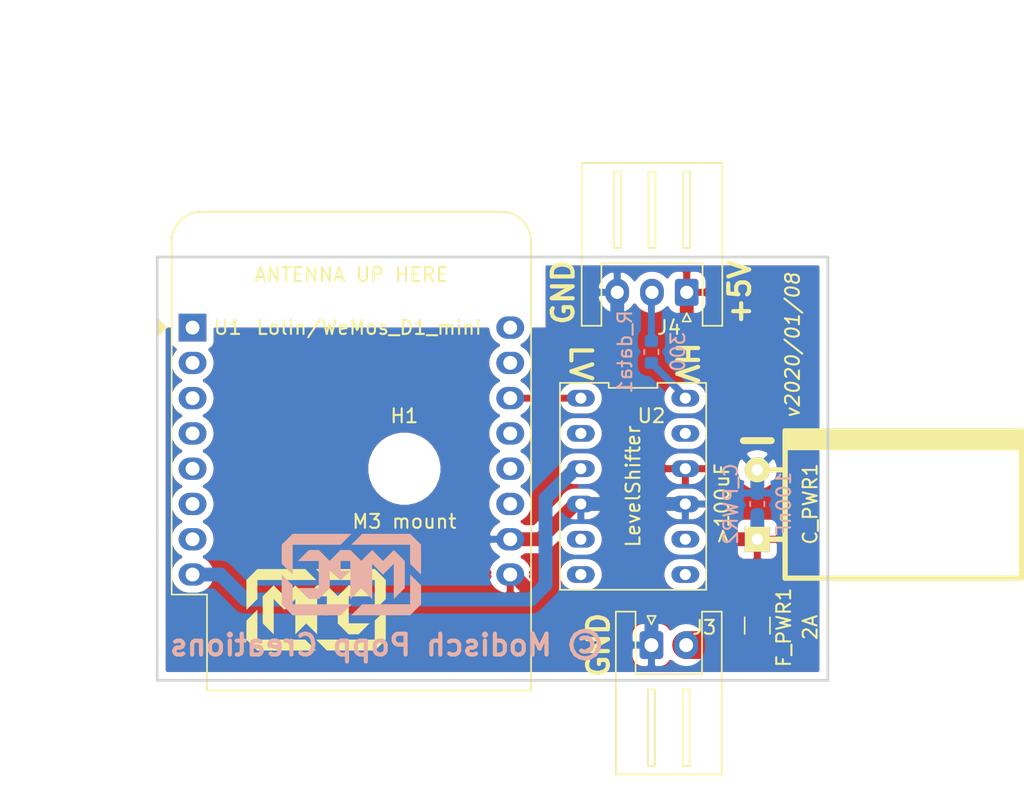
<source format=kicad_pcb>
(kicad_pcb (version 20171130) (host pcbnew "(5.1.0)-1")

  (general
    (thickness 1.6)
    (drawings 14)
    (tracks 43)
    (zones 0)
    (modules 11)
    (nets 8)
  )

  (page A4)
  (layers
    (0 F.Cu signal)
    (31 B.Cu signal)
    (32 B.Adhes user)
    (33 F.Adhes user)
    (34 B.Paste user)
    (35 F.Paste user)
    (36 B.SilkS user)
    (37 F.SilkS user)
    (38 B.Mask user)
    (39 F.Mask user)
    (40 Dwgs.User user)
    (41 Cmts.User user)
    (42 Eco1.User user)
    (43 Eco2.User user)
    (44 Edge.Cuts user)
    (45 Margin user)
    (46 B.CrtYd user)
    (47 F.CrtYd user)
    (48 B.Fab user)
    (49 F.Fab user)
  )

  (setup
    (last_trace_width 0.5)
    (trace_clearance 0.3)
    (zone_clearance 0.508)
    (zone_45_only no)
    (trace_min 0.2)
    (via_size 0.8)
    (via_drill 0.4)
    (via_min_size 0.4)
    (via_min_drill 0.3)
    (uvia_size 0.3)
    (uvia_drill 0.1)
    (uvias_allowed no)
    (uvia_min_size 0.2)
    (uvia_min_drill 0.1)
    (edge_width 0.05)
    (segment_width 0.2)
    (pcb_text_width 0.3)
    (pcb_text_size 1.5 1.5)
    (mod_edge_width 0.12)
    (mod_text_size 1 1)
    (mod_text_width 0.15)
    (pad_size 3.2 3.2)
    (pad_drill 3.2)
    (pad_to_mask_clearance 0.051)
    (solder_mask_min_width 0.25)
    (aux_axis_origin 0 0)
    (visible_elements 7FFFFFFF)
    (pcbplotparams
      (layerselection 0x010fc_ffffffff)
      (usegerberextensions false)
      (usegerberattributes false)
      (usegerberadvancedattributes false)
      (creategerberjobfile false)
      (excludeedgelayer true)
      (linewidth 0.100000)
      (plotframeref false)
      (viasonmask false)
      (mode 1)
      (useauxorigin false)
      (hpglpennumber 1)
      (hpglpenspeed 20)
      (hpglpendiameter 15.000000)
      (psnegative false)
      (psa4output false)
      (plotreference true)
      (plotvalue true)
      (plotinvisibletext false)
      (padsonsilk false)
      (subtractmaskfromsilk false)
      (outputformat 1)
      (mirror false)
      (drillshape 0)
      (scaleselection 1)
      (outputdirectory "Gerber/"))
  )

  (net 0 "")
  (net 1 +5V)
  (net 2 GND)
  (net 3 "Net-(J4-Pad2)")
  (net 4 /HV_data)
  (net 5 /LV_data)
  (net 6 +3V3)
  (net 7 /5V_unfused)

  (net_class Default "This is the default net class."
    (clearance 0.3)
    (trace_width 0.5)
    (via_dia 0.8)
    (via_drill 0.4)
    (uvia_dia 0.3)
    (uvia_drill 0.1)
    (add_net /HV_data)
    (add_net /LV_data)
    (add_net "Net-(J4-Pad2)")
  )

  (net_class PWR ""
    (clearance 0.5)
    (trace_width 1)
    (via_dia 0.8)
    (via_drill 0.4)
    (uvia_dia 0.3)
    (uvia_drill 0.1)
    (add_net +3V3)
    (add_net +5V)
    (add_net /5V_unfused)
    (add_net GND)
  )

  (module libs:mpc_logo_10mm (layer F.Cu) (tedit 0) (tstamp 5E165E0D)
    (at 64.77 76.2)
    (fp_text reference G*** (at 0 0) (layer F.SilkS) hide
      (effects (font (size 1.524 1.524) (thickness 0.3)))
    )
    (fp_text value LOGO (at 0.75 0) (layer F.SilkS) hide
      (effects (font (size 1.524 1.524) (thickness 0.3)))
    )
    (fp_poly (pts (xy 4.62029 -2.538012) (xy 5.011208 -2.147087) (xy 5.011208 -0.781837) (xy 4.620948 -0.391583)
      (xy 4.230688 -0.00133) (xy 4.230688 -2.148417) (xy 0.781837 -2.148417) (xy 0.391583 -2.538677)
      (xy 0.00133 -2.928937) (xy 4.229371 -2.928937) (xy 4.62029 -2.538012)) (layer F.SilkS) (width 0.01))
    (fp_poly (pts (xy -0.388937 -2.538677) (xy 0.001316 -2.148417) (xy -4.228042 -2.148417) (xy -4.228042 -0.778965)
      (xy -4.613672 -0.394035) (xy -4.651454 -0.356327) (xy -4.68827 -0.319593) (xy -4.723942 -0.284011)
      (xy -4.758292 -0.249756) (xy -4.791143 -0.217006) (xy -4.822318 -0.185938) (xy -4.85164 -0.156727)
      (xy -4.87893 -0.12955) (xy -4.904012 -0.104585) (xy -4.926708 -0.082007) (xy -4.94684 -0.061994)
      (xy -4.964231 -0.044722) (xy -4.978704 -0.030367) (xy -4.990082 -0.019106) (xy -4.998186 -0.011116)
      (xy -5.00284 -0.006574) (xy -5.003932 -0.005552) (xy -5.00432 -0.00542) (xy -5.004685 -0.005737)
      (xy -5.005029 -0.006654) (xy -5.005352 -0.008321) (xy -5.005654 -0.010889) (xy -5.005937 -0.014509)
      (xy -5.006202 -0.01933) (xy -5.006447 -0.025504) (xy -5.006676 -0.03318) (xy -5.006887 -0.042511)
      (xy -5.007082 -0.053646) (xy -5.007261 -0.066735) (xy -5.007425 -0.08193) (xy -5.007575 -0.099381)
      (xy -5.007712 -0.119239) (xy -5.007835 -0.141654) (xy -5.007945 -0.166777) (xy -5.008044 -0.194758)
      (xy -5.008132 -0.225747) (xy -5.00821 -0.259897) (xy -5.008277 -0.297356) (xy -5.008336 -0.338276)
      (xy -5.008386 -0.382808) (xy -5.008428 -0.431101) (xy -5.008463 -0.483306) (xy -5.008492 -0.539575)
      (xy -5.008514 -0.600057) (xy -5.008531 -0.664903) (xy -5.008544 -0.734264) (xy -5.008553 -0.80829)
      (xy -5.008559 -0.887132) (xy -5.008562 -0.970941) (xy -5.008562 -2.1471) (xy -4.617637 -2.538019)
      (xy -4.226712 -2.928937) (xy -0.779191 -2.928937) (xy -0.388937 -2.538677)) (layer F.SilkS) (width 0.01))
    (fp_poly (pts (xy -2.754167 -1.453586) (xy -2.718955 -1.418579) (xy -2.683767 -1.383597) (xy -2.648882 -1.348916)
      (xy -2.61458 -1.314816) (xy -2.58114 -1.281574) (xy -2.548842 -1.249467) (xy -2.517965 -1.218773)
      (xy -2.488788 -1.18977) (xy -2.46159 -1.162735) (xy -2.436652 -1.137947) (xy -2.414252 -1.115683)
      (xy -2.39467 -1.096221) (xy -2.378185 -1.079838) (xy -2.365077 -1.066812) (xy -2.361379 -1.063138)
      (xy -2.274038 -0.976361) (xy -1.49358 -1.756833) (xy -0.71216 -0.975427) (xy -0.416348 -1.272865)
      (xy -0.381627 -1.307778) (xy -0.346832 -1.342767) (xy -0.312254 -1.377541) (xy -0.278183 -1.411808)
      (xy -0.244909 -1.445275) (xy -0.212722 -1.47765) (xy -0.181913 -1.508642) (xy -0.152772 -1.537959)
      (xy -0.125588 -1.565308) (xy -0.100653 -1.590398) (xy -0.078257 -1.612937) (xy -0.058689 -1.632632)
      (xy -0.04224 -1.649193) (xy -0.0292 -1.662326) (xy -0.027967 -1.663568) (xy 0.064601 -1.756833)
      (xy 0.784883 -1.756833) (xy 1.174489 -1.36661) (xy 1.564094 -0.976387) (xy 1.863467 -1.277314)
      (xy 1.898295 -1.312324) (xy 1.933134 -1.347348) (xy 1.967701 -1.382102) (xy 2.001713 -1.416302)
      (xy 2.034888 -1.449661) (xy 2.066941 -1.481896) (xy 2.09759 -1.512722) (xy 2.126552 -1.541853)
      (xy 2.153543 -1.569006) (xy 2.178281 -1.593896) (xy 2.200482 -1.616237) (xy 2.219864 -1.635745)
      (xy 2.236142 -1.652135) (xy 2.249035 -1.665123) (xy 2.25143 -1.667536) (xy 2.340019 -1.756833)
      (xy 3.057267 -1.756833) (xy 3.837775 -0.976313) (xy 3.090991 -0.976313) (xy 2.344208 -0.976312)
      (xy 2.344208 0.976313) (xy 3.092318 0.976432) (xy 3.840427 0.976552) (xy 3.449295 1.366693)
      (xy 3.058164 1.756833) (xy 2.701848 1.756696) (xy 2.345531 1.756558) (xy 1.954556 1.367097)
      (xy 1.56358 0.977635) (xy 1.562972 0.338453) (xy 1.562365 -0.300728) (xy 1.172104 0.054562)
      (xy 1.133313 0.089867) (xy 1.095561 0.124205) (xy 1.059033 0.157409) (xy 1.023918 0.18931)
      (xy 0.9904 0.219738) (xy 0.958666 0.248525) (xy 0.928903 0.275504) (xy 0.901297 0.300503)
      (xy 0.876034 0.323357) (xy 0.853301 0.343894) (xy 0.833285 0.361947) (xy 0.816172 0.377348)
      (xy 0.802147 0.389927) (xy 0.791398 0.399515) (xy 0.784112 0.405945) (xy 0.780473 0.409046)
      (xy 0.78008 0.409317) (xy 0.778008 0.40747) (xy 0.772288 0.40216) (xy 0.763111 0.393568)
      (xy 0.750668 0.381874) (xy 0.73515 0.367259) (xy 0.716747 0.349902) (xy 0.69565 0.329984)
      (xy 0.67205 0.307685) (xy 0.646138 0.283186) (xy 0.618104 0.256666) (xy 0.588139 0.228306)
      (xy 0.556433 0.198287) (xy 0.523178 0.166788) (xy 0.488564 0.13399) (xy 0.452782 0.100072)
      (xy 0.425373 0.074083) (xy 0.07243 -0.260615) (xy 0.426475 -0.261286) (xy 0.780521 -0.261957)
      (xy 0.780521 -0.976312) (xy 0.068754 -0.976312) (xy 0.068792 -0.619786) (xy 0.068795 -0.590184)
      (xy 0.068797 -0.555567) (xy 0.0688 -0.516213) (xy 0.068802 -0.4724) (xy 0.068804 -0.424405)
      (xy 0.068806 -0.372506) (xy 0.068808 -0.316979) (xy 0.068809 -0.258103) (xy 0.068811 -0.196154)
      (xy 0.068812 -0.131411) (xy 0.068813 -0.064151) (xy 0.068814 0.00535) (xy 0.068814 0.076813)
      (xy 0.068815 0.149962) (xy 0.068815 0.376743) (xy 0.068814 0.453857) (xy 0.068813 0.531269)
      (xy 0.068813 0.608702) (xy 0.068811 0.685878) (xy 0.06881 0.746122) (xy 0.068792 1.755504)
      (xy -0.320976 1.365742) (xy -0.710744 0.975981) (xy -1.090503 1.356485) (xy -1.128049 1.394109)
      (xy -1.164672 1.430818) (xy -1.200192 1.46643) (xy -1.234426 1.500762) (xy -1.267193 1.533632)
      (xy -1.298312 1.564858) (xy -1.327601 1.594257) (xy -1.354878 1.621646) (xy -1.379962 1.646844)
      (xy -1.40267 1.669668) (xy -1.422823 1.689935) (xy -1.440237 1.707464) (xy -1.454732 1.722071)
      (xy -1.466125 1.733575) (xy -1.474236 1.741793) (xy -1.478882 1.746542) (xy -1.479862 1.747573)
      (xy -1.489461 1.758156) (xy -1.489533 0.488573) (xy -1.489604 -0.781011) (xy -1.88173 -0.390389)
      (xy -2.273855 0.000232) (xy -2.664896 -0.390803) (xy -3.055937 -0.781837) (xy -3.055937 1.755504)
      (xy -3.446198 1.36525) (xy -3.836458 0.974996) (xy -3.836458 -0.976785) (xy -3.573882 -1.240471)
      (xy -3.540142 -1.274355) (xy -3.505696 -1.30895) (xy -3.470915 -1.343884) (xy -3.436167 -1.378787)
      (xy -3.401822 -1.413289) (xy -3.368248 -1.447017) (xy -3.335815 -1.479601) (xy -3.304893 -1.510671)
      (xy -3.275849 -1.539855) (xy -3.249054 -1.566782) (xy -3.224876 -1.591082) (xy -3.203686 -1.612383)
      (xy -3.185851 -1.630315) (xy -3.185461 -1.630707) (xy -3.059616 -1.757259) (xy -2.754167 -1.453586)) (layer F.SilkS) (width 0.01))
    (fp_poly (pts (xy 5.011208 2.1471) (xy 4.229358 2.928938) (xy 0.781837 2.928938) (xy 0.391583 2.538677)
      (xy 0.00133 2.148417) (xy 4.230688 2.148417) (xy 4.230693 1.463807) (xy 4.230698 0.779198)
      (xy 5.011208 -0.000082) (xy 5.011208 2.1471)) (layer F.SilkS) (width 0.01))
    (fp_poly (pts (xy -4.228042 2.148417) (xy -0.779191 2.148417) (xy -0.388937 2.538677) (xy 0.001316 2.928938)
      (xy -4.226725 2.928938) (xy -4.617644 2.538012) (xy -5.008562 2.147087) (xy -5.008562 0.781837)
      (xy -4.618302 0.391583) (xy -4.228042 0.00133) (xy -4.228042 2.148417)) (layer F.SilkS) (width 0.01))
  )

  (module w_capacitors:CP_10x16mm_hor (layer F.Cu) (tedit 5B4F49CE) (tstamp 5E150EC2)
    (at 105.82 68.62)
    (descr "Capacitor, pol, cyl 10x16mm, horizontal")
    (path /5E0E33B8)
    (fp_text reference C_PWR1 (at -5.49 -0.04 90) (layer F.SilkS)
      (effects (font (size 1 1) (thickness 0.15)))
    )
    (fp_text value >100uF (at -11.84 -0.04 90) (layer F.SilkS)
      (effects (font (size 1 1) (thickness 0.15)))
    )
    (fp_line (start -7.3 -4.1) (end 9.7 -4.1) (layer F.SilkS) (width 0.381))
    (fp_line (start -7.3 -4.4) (end 9.7 -4.4) (layer F.SilkS) (width 0.381))
    (fp_line (start -7.3 -4.7) (end 9.7 -4.7) (layer F.SilkS) (width 0.381))
    (fp_line (start -9.3 2.5) (end -7.3 2.5) (layer F.SilkS) (width 0.381))
    (fp_line (start -9.3 -2.5) (end -7.3 -2.5) (layer F.SilkS) (width 0.381))
    (fp_line (start 9.7 -5.3) (end -7.3 -5.3) (layer F.SilkS) (width 0.381))
    (fp_line (start -7.3 -5) (end 9.7 -5) (layer F.SilkS) (width 0.381))
    (fp_line (start -7.3 5.3) (end -7.3 -5.3) (layer F.SilkS) (width 0.381))
    (fp_line (start 9.7 5.3) (end -7.3 5.3) (layer F.SilkS) (width 0.381))
    (fp_line (start 9.7 -5.3) (end 9.7 5.3) (layer F.SilkS) (width 0.381))
    (fp_line (start -10.3 -4.6) (end -8.3 -4.6) (layer F.SilkS) (width 0.5))
    (fp_text user %R (at 2.5 0 90) (layer F.Fab)
      (effects (font (size 1 1) (thickness 0.15)))
    )
    (pad 1 thru_hole rect (at -9.3 2.5) (size 1.8 1.8) (drill 0.8) (layers *.Cu *.Mask F.SilkS)
      (net 1 +5V))
    (pad 2 thru_hole circle (at -9.3 -2.5) (size 1.8 1.8) (drill 0.8) (layers *.Cu *.Mask F.SilkS)
      (net 2 GND))
    (model walter/capacitors/cp_10x16mm_hor.wrl
      (at (xyz 0 0 0))
      (scale (xyz 1 1 1))
      (rotate (xyz 0 0 0))
    )
  )

  (module "MF custom:mpc_logo_10mm" (layer B.Cu) (tedit 0) (tstamp 5E1578E5)
    (at 67.31 73.66 180)
    (fp_text reference G*** (at 0 0 180) (layer B.SilkS) hide
      (effects (font (size 1.524 1.524) (thickness 0.3)) (justify mirror))
    )
    (fp_text value LOGO (at 0.75 0 180) (layer B.SilkS) hide
      (effects (font (size 1.524 1.524) (thickness 0.3)) (justify mirror))
    )
    (fp_poly (pts (xy 4.62029 2.538012) (xy 5.011208 2.147087) (xy 5.011208 0.781837) (xy 4.620948 0.391583)
      (xy 4.230688 0.00133) (xy 4.230688 2.148417) (xy 0.781837 2.148417) (xy 0.391583 2.538677)
      (xy 0.00133 2.928937) (xy 4.229371 2.928937) (xy 4.62029 2.538012)) (layer B.SilkS) (width 0.01))
    (fp_poly (pts (xy -0.388937 2.538677) (xy 0.001316 2.148417) (xy -4.228042 2.148417) (xy -4.228042 0.778965)
      (xy -4.613672 0.394035) (xy -4.651454 0.356327) (xy -4.68827 0.319593) (xy -4.723942 0.284011)
      (xy -4.758292 0.249756) (xy -4.791143 0.217006) (xy -4.822318 0.185938) (xy -4.85164 0.156727)
      (xy -4.87893 0.12955) (xy -4.904012 0.104585) (xy -4.926708 0.082007) (xy -4.94684 0.061994)
      (xy -4.964231 0.044722) (xy -4.978704 0.030367) (xy -4.990082 0.019106) (xy -4.998186 0.011116)
      (xy -5.00284 0.006574) (xy -5.003932 0.005552) (xy -5.00432 0.00542) (xy -5.004685 0.005737)
      (xy -5.005029 0.006654) (xy -5.005352 0.008321) (xy -5.005654 0.010889) (xy -5.005937 0.014509)
      (xy -5.006202 0.01933) (xy -5.006447 0.025504) (xy -5.006676 0.03318) (xy -5.006887 0.042511)
      (xy -5.007082 0.053646) (xy -5.007261 0.066735) (xy -5.007425 0.08193) (xy -5.007575 0.099381)
      (xy -5.007712 0.119239) (xy -5.007835 0.141654) (xy -5.007945 0.166777) (xy -5.008044 0.194758)
      (xy -5.008132 0.225747) (xy -5.00821 0.259897) (xy -5.008277 0.297356) (xy -5.008336 0.338276)
      (xy -5.008386 0.382808) (xy -5.008428 0.431101) (xy -5.008463 0.483306) (xy -5.008492 0.539575)
      (xy -5.008514 0.600057) (xy -5.008531 0.664903) (xy -5.008544 0.734264) (xy -5.008553 0.80829)
      (xy -5.008559 0.887132) (xy -5.008562 0.970941) (xy -5.008562 2.1471) (xy -4.617637 2.538019)
      (xy -4.226712 2.928937) (xy -0.779191 2.928937) (xy -0.388937 2.538677)) (layer B.SilkS) (width 0.01))
    (fp_poly (pts (xy -2.754167 1.453586) (xy -2.718955 1.418579) (xy -2.683767 1.383597) (xy -2.648882 1.348916)
      (xy -2.61458 1.314816) (xy -2.58114 1.281574) (xy -2.548842 1.249467) (xy -2.517965 1.218773)
      (xy -2.488788 1.18977) (xy -2.46159 1.162735) (xy -2.436652 1.137947) (xy -2.414252 1.115683)
      (xy -2.39467 1.096221) (xy -2.378185 1.079838) (xy -2.365077 1.066812) (xy -2.361379 1.063138)
      (xy -2.274038 0.976361) (xy -1.49358 1.756833) (xy -0.71216 0.975427) (xy -0.416348 1.272865)
      (xy -0.381627 1.307778) (xy -0.346832 1.342767) (xy -0.312254 1.377541) (xy -0.278183 1.411808)
      (xy -0.244909 1.445275) (xy -0.212722 1.47765) (xy -0.181913 1.508642) (xy -0.152772 1.537959)
      (xy -0.125588 1.565308) (xy -0.100653 1.590398) (xy -0.078257 1.612937) (xy -0.058689 1.632632)
      (xy -0.04224 1.649193) (xy -0.0292 1.662326) (xy -0.027967 1.663568) (xy 0.064601 1.756833)
      (xy 0.784883 1.756833) (xy 1.174489 1.36661) (xy 1.564094 0.976387) (xy 1.863467 1.277314)
      (xy 1.898295 1.312324) (xy 1.933134 1.347348) (xy 1.967701 1.382102) (xy 2.001713 1.416302)
      (xy 2.034888 1.449661) (xy 2.066941 1.481896) (xy 2.09759 1.512722) (xy 2.126552 1.541853)
      (xy 2.153543 1.569006) (xy 2.178281 1.593896) (xy 2.200482 1.616237) (xy 2.219864 1.635745)
      (xy 2.236142 1.652135) (xy 2.249035 1.665123) (xy 2.25143 1.667536) (xy 2.340019 1.756833)
      (xy 3.057267 1.756833) (xy 3.837775 0.976313) (xy 3.090991 0.976313) (xy 2.344208 0.976312)
      (xy 2.344208 -0.976313) (xy 3.092318 -0.976432) (xy 3.840427 -0.976552) (xy 3.449295 -1.366693)
      (xy 3.058164 -1.756833) (xy 2.701848 -1.756696) (xy 2.345531 -1.756558) (xy 1.954556 -1.367097)
      (xy 1.56358 -0.977635) (xy 1.562972 -0.338453) (xy 1.562365 0.300728) (xy 1.172104 -0.054562)
      (xy 1.133313 -0.089867) (xy 1.095561 -0.124205) (xy 1.059033 -0.157409) (xy 1.023918 -0.18931)
      (xy 0.9904 -0.219738) (xy 0.958666 -0.248525) (xy 0.928903 -0.275504) (xy 0.901297 -0.300503)
      (xy 0.876034 -0.323357) (xy 0.853301 -0.343894) (xy 0.833285 -0.361947) (xy 0.816172 -0.377348)
      (xy 0.802147 -0.389927) (xy 0.791398 -0.399515) (xy 0.784112 -0.405945) (xy 0.780473 -0.409046)
      (xy 0.78008 -0.409317) (xy 0.778008 -0.40747) (xy 0.772288 -0.40216) (xy 0.763111 -0.393568)
      (xy 0.750668 -0.381874) (xy 0.73515 -0.367259) (xy 0.716747 -0.349902) (xy 0.69565 -0.329984)
      (xy 0.67205 -0.307685) (xy 0.646138 -0.283186) (xy 0.618104 -0.256666) (xy 0.588139 -0.228306)
      (xy 0.556433 -0.198287) (xy 0.523178 -0.166788) (xy 0.488564 -0.13399) (xy 0.452782 -0.100072)
      (xy 0.425373 -0.074083) (xy 0.07243 0.260615) (xy 0.426475 0.261286) (xy 0.780521 0.261957)
      (xy 0.780521 0.976312) (xy 0.068754 0.976312) (xy 0.068792 0.619786) (xy 0.068795 0.590184)
      (xy 0.068797 0.555567) (xy 0.0688 0.516213) (xy 0.068802 0.4724) (xy 0.068804 0.424405)
      (xy 0.068806 0.372506) (xy 0.068808 0.316979) (xy 0.068809 0.258103) (xy 0.068811 0.196154)
      (xy 0.068812 0.131411) (xy 0.068813 0.064151) (xy 0.068814 -0.00535) (xy 0.068814 -0.076813)
      (xy 0.068815 -0.149962) (xy 0.068815 -0.376743) (xy 0.068814 -0.453857) (xy 0.068813 -0.531269)
      (xy 0.068813 -0.608702) (xy 0.068811 -0.685878) (xy 0.06881 -0.746122) (xy 0.068792 -1.755504)
      (xy -0.320976 -1.365742) (xy -0.710744 -0.975981) (xy -1.090503 -1.356485) (xy -1.128049 -1.394109)
      (xy -1.164672 -1.430818) (xy -1.200192 -1.46643) (xy -1.234426 -1.500762) (xy -1.267193 -1.533632)
      (xy -1.298312 -1.564858) (xy -1.327601 -1.594257) (xy -1.354878 -1.621646) (xy -1.379962 -1.646844)
      (xy -1.40267 -1.669668) (xy -1.422823 -1.689935) (xy -1.440237 -1.707464) (xy -1.454732 -1.722071)
      (xy -1.466125 -1.733575) (xy -1.474236 -1.741793) (xy -1.478882 -1.746542) (xy -1.479862 -1.747573)
      (xy -1.489461 -1.758156) (xy -1.489533 -0.488573) (xy -1.489604 0.781011) (xy -1.88173 0.390389)
      (xy -2.273855 -0.000232) (xy -2.664896 0.390803) (xy -3.055937 0.781837) (xy -3.055937 -1.755504)
      (xy -3.446198 -1.36525) (xy -3.836458 -0.974996) (xy -3.836458 0.976785) (xy -3.573882 1.240471)
      (xy -3.540142 1.274355) (xy -3.505696 1.30895) (xy -3.470915 1.343884) (xy -3.436167 1.378787)
      (xy -3.401822 1.413289) (xy -3.368248 1.447017) (xy -3.335815 1.479601) (xy -3.304893 1.510671)
      (xy -3.275849 1.539855) (xy -3.249054 1.566782) (xy -3.224876 1.591082) (xy -3.203686 1.612383)
      (xy -3.185851 1.630315) (xy -3.185461 1.630707) (xy -3.059616 1.757259) (xy -2.754167 1.453586)) (layer B.SilkS) (width 0.01))
    (fp_poly (pts (xy 5.011208 -2.1471) (xy 4.229358 -2.928938) (xy 0.781837 -2.928938) (xy 0.391583 -2.538677)
      (xy 0.00133 -2.148417) (xy 4.230688 -2.148417) (xy 4.230693 -1.463807) (xy 4.230698 -0.779198)
      (xy 5.011208 0.000082) (xy 5.011208 -2.1471)) (layer B.SilkS) (width 0.01))
    (fp_poly (pts (xy -4.228042 -2.148417) (xy -0.779191 -2.148417) (xy -0.388937 -2.538677) (xy 0.001316 -2.928938)
      (xy -4.226725 -2.928938) (xy -4.617644 -2.538012) (xy -5.008562 -2.147087) (xy -5.008562 -0.781837)
      (xy -4.618302 -0.391583) (xy -4.228042 -0.00133) (xy -4.228042 -2.148417)) (layer B.SilkS) (width 0.01))
  )

  (module Fuse:Fuse_1206_3216Metric (layer F.Cu) (tedit 5B301BBE) (tstamp 5E1547B0)
    (at 96.52 77.34 270)
    (descr "Fuse SMD 1206 (3216 Metric), square (rectangular) end terminal, IPC_7351 nominal, (Body size source: http://www.tortai-tech.com/upload/download/2011102023233369053.pdf), generated with kicad-footprint-generator")
    (tags resistor)
    (path /5E14E5B4)
    (attr smd)
    (fp_text reference F_PWR1 (at 0.13 -1.905 270) (layer F.SilkS)
      (effects (font (size 1 1) (thickness 0.15)))
    )
    (fp_text value 2A (at 0.13 -3.81 270) (layer F.SilkS)
      (effects (font (size 1 1) (thickness 0.15)))
    )
    (fp_text user %R (at 0 0 270) (layer F.Fab)
      (effects (font (size 0.8 0.8) (thickness 0.12)))
    )
    (fp_line (start 2.28 1.12) (end -2.28 1.12) (layer F.CrtYd) (width 0.05))
    (fp_line (start 2.28 -1.12) (end 2.28 1.12) (layer F.CrtYd) (width 0.05))
    (fp_line (start -2.28 -1.12) (end 2.28 -1.12) (layer F.CrtYd) (width 0.05))
    (fp_line (start -2.28 1.12) (end -2.28 -1.12) (layer F.CrtYd) (width 0.05))
    (fp_line (start -0.602064 0.91) (end 0.602064 0.91) (layer F.SilkS) (width 0.12))
    (fp_line (start -0.602064 -0.91) (end 0.602064 -0.91) (layer F.SilkS) (width 0.12))
    (fp_line (start 1.6 0.8) (end -1.6 0.8) (layer F.Fab) (width 0.1))
    (fp_line (start 1.6 -0.8) (end 1.6 0.8) (layer F.Fab) (width 0.1))
    (fp_line (start -1.6 -0.8) (end 1.6 -0.8) (layer F.Fab) (width 0.1))
    (fp_line (start -1.6 0.8) (end -1.6 -0.8) (layer F.Fab) (width 0.1))
    (pad 2 smd roundrect (at 1.4 0 270) (size 1.25 1.75) (layers F.Cu F.Paste F.Mask) (roundrect_rratio 0.2)
      (net 7 /5V_unfused))
    (pad 1 smd roundrect (at -1.4 0 270) (size 1.25 1.75) (layers F.Cu F.Paste F.Mask) (roundrect_rratio 0.2)
      (net 1 +5V))
    (model ${KISYS3DMOD}/Fuse.3dshapes/Fuse_1206_3216Metric.wrl
      (at (xyz 0 0 0))
      (scale (xyz 1 1 1))
      (rotate (xyz 0 0 0))
    )
  )

  (module MountingHole:MountingHole_3.2mm_M3_DIN965 (layer F.Cu) (tedit 5E14ECF2) (tstamp 5E0EE58C)
    (at 71.12 66.04)
    (descr "Mounting Hole 3.2mm, no annular, M3, DIN965")
    (tags "mounting hole 3.2mm no annular m3 din965")
    (path /5E114252)
    (attr virtual)
    (fp_text reference H1 (at 0 -3.8) (layer F.SilkS)
      (effects (font (size 1 1) (thickness 0.15)))
    )
    (fp_text value "M3 mount" (at 0 3.8) (layer F.SilkS)
      (effects (font (size 1 1) (thickness 0.15)))
    )
    (fp_circle (center 0 0) (end 3.05 0) (layer F.CrtYd) (width 0.05))
    (fp_circle (center 0 0) (end 2.8 0) (layer Cmts.User) (width 0.15))
    (fp_text user %R (at 0.3 0) (layer F.Fab)
      (effects (font (size 1 1) (thickness 0.15)))
    )
    (pad "" np_thru_hole circle (at 0 0) (size 3.2 3.2) (drill 3.2) (layers *.Cu *.Mask)
      (solder_mask_margin 1) (clearance 1))
  )

  (module "MF custom:LevelShifter" (layer F.Cu) (tedit 5E0E0FBA) (tstamp 5E0EB10A)
    (at 87.58 67.31 270)
    (path /5E0F1BD7)
    (fp_text reference U2 (at -5.08 -1.32) (layer F.SilkS)
      (effects (font (size 1 1) (thickness 0.15)))
    )
    (fp_text value LevelShifter (at 0 0 90) (layer F.SilkS)
      (effects (font (size 1 1) (thickness 0.15)))
    )
    (fp_line (start -7.2 5.01) (end -7.2 -5.01) (layer F.CrtYd) (width 0.05))
    (fp_line (start 7.2 5.01) (end -7.2 5.01) (layer F.CrtYd) (width 0.05))
    (fp_line (start 7.2 -5.01) (end 7.2 5.01) (layer F.CrtYd) (width 0.05))
    (fp_line (start -7.2 -5.01) (end 7.2 -5.01) (layer F.CrtYd) (width 0.05))
    (fp_line (start -7.45 1.753333) (end -7.45 5.26) (layer F.SilkS) (width 0.12))
    (fp_line (start -7.09 1.753333) (end -7.45 1.753333) (layer F.SilkS) (width 0.12))
    (fp_line (start -7.09 -1.753333) (end -7.09 1.753333) (layer F.SilkS) (width 0.12))
    (fp_line (start -7.45 -1.753333) (end -7.09 -1.753333) (layer F.SilkS) (width 0.12))
    (fp_line (start -7.45 -5.26) (end -7.45 -1.753333) (layer F.SilkS) (width 0.12))
    (fp_line (start 7.45 -5.26) (end -7.45 -5.26) (layer F.SilkS) (width 0.12))
    (fp_line (start 7.45 5.26) (end 7.45 -5.26) (layer F.SilkS) (width 0.12))
    (fp_line (start -7.45 5.26) (end 7.45 5.26) (layer F.SilkS) (width 0.12))
    (pad 6 thru_hole oval (at 6.35 3.76 270) (size 1.2 2) (drill 0.8) (layers *.Cu *.Mask))
    (pad 7 thru_hole oval (at 6.35 -3.76 270) (size 1.2 2) (drill 0.8) (layers *.Cu *.Mask))
    (pad 5 thru_hole oval (at 3.81 3.76 270) (size 1.2 2) (drill 0.8) (layers *.Cu *.Mask))
    (pad 8 thru_hole oval (at 3.81 -3.76 270) (size 1.2 2) (drill 0.8) (layers *.Cu *.Mask))
    (pad 4 thru_hole oval (at 1.27 3.76 270) (size 1.2 2) (drill 0.8) (layers *.Cu *.Mask)
      (net 2 GND))
    (pad 9 thru_hole oval (at 1.27 -3.76 270) (size 1.2 2) (drill 0.8) (layers *.Cu *.Mask)
      (net 2 GND))
    (pad 3 thru_hole oval (at -1.27 3.76 270) (size 1.2 2) (drill 0.8) (layers *.Cu *.Mask)
      (net 6 +3V3))
    (pad 10 thru_hole oval (at -1.27 -3.76 270) (size 1.2 2) (drill 0.8) (layers *.Cu *.Mask)
      (net 1 +5V))
    (pad 2 thru_hole oval (at -3.81 3.76 270) (size 1.2 2) (drill 0.8) (layers *.Cu *.Mask))
    (pad 11 thru_hole oval (at -3.81 -3.76 270) (size 1.2 2) (drill 0.8) (layers *.Cu *.Mask))
    (pad 1 thru_hole oval (at -6.35 3.76 270) (size 1.2 2) (drill 0.8) (layers *.Cu *.Mask)
      (net 5 /LV_data))
    (pad 12 thru_hole oval (at -6.35 -3.76 270) (size 1.2 2) (drill 0.8) (layers *.Cu *.Mask)
      (net 4 /HV_data))
  )

  (module Resistor_SMD:R_0603_1608Metric (layer B.Cu) (tedit 5B301BBD) (tstamp 5E0EEAB8)
    (at 88.9 57.6325 90)
    (descr "Resistor SMD 0603 (1608 Metric), square (rectangular) end terminal, IPC_7351 nominal, (Body size source: http://www.tortai-tech.com/upload/download/2011102023233369053.pdf), generated with kicad-footprint-generator")
    (tags resistor)
    (path /5E0E6A85)
    (attr smd)
    (fp_text reference R_data1 (at 0 -1.905 90) (layer B.SilkS)
      (effects (font (size 1 1) (thickness 0.15)) (justify mirror))
    )
    (fp_text value 300 (at 0 1.905 90) (layer B.SilkS)
      (effects (font (size 1 1) (thickness 0.15)) (justify mirror))
    )
    (fp_text user %R (at 0 0) (layer B.Fab)
      (effects (font (size 0.4 0.4) (thickness 0.06)) (justify mirror))
    )
    (fp_line (start 1.48 -0.73) (end -1.48 -0.73) (layer B.CrtYd) (width 0.05))
    (fp_line (start 1.48 0.73) (end 1.48 -0.73) (layer B.CrtYd) (width 0.05))
    (fp_line (start -1.48 0.73) (end 1.48 0.73) (layer B.CrtYd) (width 0.05))
    (fp_line (start -1.48 -0.73) (end -1.48 0.73) (layer B.CrtYd) (width 0.05))
    (fp_line (start -0.162779 -0.51) (end 0.162779 -0.51) (layer B.SilkS) (width 0.12))
    (fp_line (start -0.162779 0.51) (end 0.162779 0.51) (layer B.SilkS) (width 0.12))
    (fp_line (start 0.8 -0.4) (end -0.8 -0.4) (layer B.Fab) (width 0.1))
    (fp_line (start 0.8 0.4) (end 0.8 -0.4) (layer B.Fab) (width 0.1))
    (fp_line (start -0.8 0.4) (end 0.8 0.4) (layer B.Fab) (width 0.1))
    (fp_line (start -0.8 -0.4) (end -0.8 0.4) (layer B.Fab) (width 0.1))
    (pad 2 smd roundrect (at 0.7875 0 90) (size 0.875 0.95) (layers B.Cu B.Paste B.Mask) (roundrect_rratio 0.25)
      (net 3 "Net-(J4-Pad2)"))
    (pad 1 smd roundrect (at -0.7875 0 90) (size 0.875 0.95) (layers B.Cu B.Paste B.Mask) (roundrect_rratio 0.25)
      (net 4 /HV_data))
    (model ${KISYS3DMOD}/Resistor_SMD.3dshapes/R_0603_1608Metric.wrl
      (at (xyz 0 0 0))
      (scale (xyz 1 1 1))
      (rotate (xyz 0 0 0))
    )
  )

  (module Capacitor_SMD:C_0603_1608Metric (layer B.Cu) (tedit 5B301BBE) (tstamp 5E0EB784)
    (at 96.52 68.58 90)
    (descr "Capacitor SMD 0603 (1608 Metric), square (rectangular) end terminal, IPC_7351 nominal, (Body size source: http://www.tortai-tech.com/upload/download/2011102023233369053.pdf), generated with kicad-footprint-generator")
    (tags capacitor)
    (path /5E0E7A32)
    (attr smd)
    (fp_text reference C_PWR2 (at 0 -1.905 90) (layer B.SilkS)
      (effects (font (size 1 1) (thickness 0.15)) (justify mirror))
    )
    (fp_text value 100nF (at 0 1.905 90) (layer B.SilkS)
      (effects (font (size 1 1) (thickness 0.15)) (justify mirror))
    )
    (fp_text user %R (at 0 0 90) (layer B.Fab)
      (effects (font (size 0.4 0.4) (thickness 0.06)) (justify mirror))
    )
    (fp_line (start 1.48 -0.73) (end -1.48 -0.73) (layer B.CrtYd) (width 0.05))
    (fp_line (start 1.48 0.73) (end 1.48 -0.73) (layer B.CrtYd) (width 0.05))
    (fp_line (start -1.48 0.73) (end 1.48 0.73) (layer B.CrtYd) (width 0.05))
    (fp_line (start -1.48 -0.73) (end -1.48 0.73) (layer B.CrtYd) (width 0.05))
    (fp_line (start -0.162779 -0.51) (end 0.162779 -0.51) (layer B.SilkS) (width 0.12))
    (fp_line (start -0.162779 0.51) (end 0.162779 0.51) (layer B.SilkS) (width 0.12))
    (fp_line (start 0.8 -0.4) (end -0.8 -0.4) (layer B.Fab) (width 0.1))
    (fp_line (start 0.8 0.4) (end 0.8 -0.4) (layer B.Fab) (width 0.1))
    (fp_line (start -0.8 0.4) (end 0.8 0.4) (layer B.Fab) (width 0.1))
    (fp_line (start -0.8 -0.4) (end -0.8 0.4) (layer B.Fab) (width 0.1))
    (pad 2 smd roundrect (at 0.7875 0 90) (size 0.875 0.95) (layers B.Cu B.Paste B.Mask) (roundrect_rratio 0.25)
      (net 2 GND))
    (pad 1 smd roundrect (at -0.7875 0 90) (size 0.875 0.95) (layers B.Cu B.Paste B.Mask) (roundrect_rratio 0.25)
      (net 1 +5V))
    (model ${KISYS3DMOD}/Capacitor_SMD.3dshapes/C_0603_1608Metric.wrl
      (at (xyz 0 0 0))
      (scale (xyz 1 1 1))
      (rotate (xyz 0 0 0))
    )
  )

  (module Module:WEMOS_D1_mini_light (layer F.Cu) (tedit 5BBFB1CE) (tstamp 5E0EA463)
    (at 55.88 55.88)
    (descr "16-pin module, column spacing 22.86 mm (900 mils), https://wiki.wemos.cc/products:d1:d1_mini, https://c1.staticflickr.com/1/734/31400410271_f278b087db_z.jpg")
    (tags "ESP8266 WiFi microcontroller")
    (path /5E0F5D46)
    (fp_text reference U1 (at 2.54 0) (layer F.SilkS)
      (effects (font (size 1 1) (thickness 0.15)))
    )
    (fp_text value Lolin/WeMos_D1_mini (at 12.7 0) (layer F.SilkS)
      (effects (font (size 1 1) (thickness 0.15)))
    )
    (fp_text user "No copper" (at 11.43 -3.81) (layer Cmts.User)
      (effects (font (size 1 1) (thickness 0.15)))
    )
    (fp_text user "KEEP OUT" (at 11.43 -6.35) (layer Cmts.User)
      (effects (font (size 1 1) (thickness 0.15)))
    )
    (fp_arc (start 22.23 -6.21) (end 24.36 -6.21) (angle -90) (layer F.SilkS) (width 0.12))
    (fp_arc (start 0.63 -6.21) (end 0.63 -8.34) (angle -90) (layer F.SilkS) (width 0.12))
    (fp_line (start 1.04 19.22) (end 1.04 26.12) (layer F.SilkS) (width 0.12))
    (fp_line (start -1.5 19.22) (end 1.04 19.22) (layer F.SilkS) (width 0.12))
    (fp_arc (start 22.23 -6.21) (end 24.23 -6.19) (angle -90) (layer F.Fab) (width 0.1))
    (fp_arc (start 0.63 -6.21) (end 0.63 -8.21) (angle -90) (layer F.Fab) (width 0.1))
    (fp_line (start -0.37 0) (end -1.37 -1) (layer F.Fab) (width 0.1))
    (fp_line (start -1.37 1) (end -0.37 0) (layer F.Fab) (width 0.1))
    (fp_line (start -1.37 -6.21) (end -1.37 -1) (layer F.Fab) (width 0.1))
    (fp_line (start 1.17 19.09) (end 1.17 25.99) (layer F.Fab) (width 0.1))
    (fp_line (start -1.37 19.09) (end 1.17 19.09) (layer F.Fab) (width 0.1))
    (fp_line (start -1.35 -7.4) (end -0.55 -8.2) (layer Dwgs.User) (width 0.1))
    (fp_line (start -1.3 -5.45) (end 1.45 -8.2) (layer Dwgs.User) (width 0.1))
    (fp_line (start -1.35 -3.4) (end 3.45 -8.2) (layer Dwgs.User) (width 0.1))
    (fp_line (start 22.65 -1.4) (end 24.25 -3) (layer Dwgs.User) (width 0.1))
    (fp_line (start 20.65 -1.4) (end 24.25 -5) (layer Dwgs.User) (width 0.1))
    (fp_line (start 18.65 -1.4) (end 24.25 -7) (layer Dwgs.User) (width 0.1))
    (fp_line (start 16.65 -1.4) (end 23.45 -8.2) (layer Dwgs.User) (width 0.1))
    (fp_line (start 14.65 -1.4) (end 21.45 -8.2) (layer Dwgs.User) (width 0.1))
    (fp_line (start 12.65 -1.4) (end 19.45 -8.2) (layer Dwgs.User) (width 0.1))
    (fp_line (start 10.65 -1.4) (end 17.45 -8.2) (layer Dwgs.User) (width 0.1))
    (fp_line (start 8.65 -1.4) (end 15.45 -8.2) (layer Dwgs.User) (width 0.1))
    (fp_line (start 6.65 -1.4) (end 13.45 -8.2) (layer Dwgs.User) (width 0.1))
    (fp_line (start 4.65 -1.4) (end 11.45 -8.2) (layer Dwgs.User) (width 0.1))
    (fp_line (start 2.65 -1.4) (end 9.45 -8.2) (layer Dwgs.User) (width 0.1))
    (fp_line (start 0.65 -1.4) (end 7.45 -8.2) (layer Dwgs.User) (width 0.1))
    (fp_line (start -1.35 -1.4) (end 5.45 -8.2) (layer Dwgs.User) (width 0.1))
    (fp_line (start -1.35 -8.2) (end -1.35 -1.4) (layer Dwgs.User) (width 0.1))
    (fp_line (start 24.25 -8.2) (end -1.35 -8.2) (layer Dwgs.User) (width 0.1))
    (fp_line (start 24.25 -1.4) (end 24.25 -8.2) (layer Dwgs.User) (width 0.1))
    (fp_line (start -1.35 -1.4) (end 24.25 -1.4) (layer Dwgs.User) (width 0.1))
    (fp_poly (pts (xy -2.54 -0.635) (xy -2.54 0.635) (xy -1.905 0)) (layer F.SilkS) (width 0.15))
    (fp_line (start -1.62 26.24) (end -1.62 -8.46) (layer F.CrtYd) (width 0.05))
    (fp_line (start 24.48 26.24) (end -1.62 26.24) (layer F.CrtYd) (width 0.05))
    (fp_line (start 24.48 -8.41) (end 24.48 26.24) (layer F.CrtYd) (width 0.05))
    (fp_line (start -1.62 -8.46) (end 24.48 -8.46) (layer F.CrtYd) (width 0.05))
    (fp_text user %R (at 11.43 10) (layer F.Fab)
      (effects (font (size 1 1) (thickness 0.15)))
    )
    (fp_line (start -1.37 1) (end -1.37 19.09) (layer F.Fab) (width 0.1))
    (fp_line (start 22.23 -8.21) (end 0.63 -8.21) (layer F.Fab) (width 0.1))
    (fp_line (start 24.23 25.99) (end 24.23 -6.21) (layer F.Fab) (width 0.1))
    (fp_line (start 1.17 25.99) (end 24.23 25.99) (layer F.Fab) (width 0.1))
    (fp_line (start 22.24 -8.34) (end 0.63 -8.34) (layer F.SilkS) (width 0.12))
    (fp_line (start 24.36 26.12) (end 24.36 -6.21) (layer F.SilkS) (width 0.12))
    (fp_line (start -1.5 19.22) (end -1.5 -6.21) (layer F.SilkS) (width 0.12))
    (fp_line (start 1.04 26.12) (end 24.36 26.12) (layer F.SilkS) (width 0.12))
    (pad 16 thru_hole oval (at 22.86 0) (size 2 1.6) (drill 1) (layers *.Cu *.Mask))
    (pad 15 thru_hole oval (at 22.86 2.54) (size 2 1.6) (drill 1) (layers *.Cu *.Mask))
    (pad 14 thru_hole oval (at 22.86 5.08) (size 2 1.6) (drill 1) (layers *.Cu *.Mask)
      (net 5 /LV_data))
    (pad 13 thru_hole oval (at 22.86 7.62) (size 2 1.6) (drill 1) (layers *.Cu *.Mask))
    (pad 12 thru_hole oval (at 22.86 10.16) (size 2 1.6) (drill 1) (layers *.Cu *.Mask))
    (pad 11 thru_hole oval (at 22.86 12.7) (size 2 1.6) (drill 1) (layers *.Cu *.Mask))
    (pad 10 thru_hole oval (at 22.86 15.24) (size 2 1.6) (drill 1) (layers *.Cu *.Mask)
      (net 2 GND))
    (pad 9 thru_hole oval (at 22.86 17.78) (size 2 1.6) (drill 1) (layers *.Cu *.Mask)
      (net 1 +5V))
    (pad 8 thru_hole oval (at 0 17.78) (size 2 1.6) (drill 1) (layers *.Cu *.Mask)
      (net 6 +3V3))
    (pad 7 thru_hole oval (at 0 15.24) (size 2 1.6) (drill 1) (layers *.Cu *.Mask))
    (pad 6 thru_hole oval (at 0 12.7) (size 2 1.6) (drill 1) (layers *.Cu *.Mask))
    (pad 5 thru_hole oval (at 0 10.16) (size 2 1.6) (drill 1) (layers *.Cu *.Mask))
    (pad 4 thru_hole oval (at 0 7.62) (size 2 1.6) (drill 1) (layers *.Cu *.Mask))
    (pad 3 thru_hole oval (at 0 5.08) (size 2 1.6) (drill 1) (layers *.Cu *.Mask))
    (pad 1 thru_hole rect (at 0 0) (size 2 2) (drill 1) (layers *.Cu *.Mask))
    (pad 2 thru_hole oval (at 0 2.54) (size 2 1.6) (drill 1) (layers *.Cu *.Mask))
    (model ${KISYS3DMOD}/Module.3dshapes/WEMOS_D1_mini_light.wrl
      (at (xyz 0 0 0))
      (scale (xyz 1 1 1))
      (rotate (xyz 0 0 0))
    )
    (model ${KISYS3DMOD}/Connector_PinHeader_2.54mm.3dshapes/PinHeader_1x08_P2.54mm_Vertical.wrl
      (offset (xyz 0 0 9.5))
      (scale (xyz 1 1 1))
      (rotate (xyz 0 -180 0))
    )
    (model ${KISYS3DMOD}/Connector_PinHeader_2.54mm.3dshapes/PinHeader_1x08_P2.54mm_Vertical.wrl
      (offset (xyz 22.86 0 9.5))
      (scale (xyz 1 1 1))
      (rotate (xyz 0 -180 0))
    )
    (model ${KISYS3DMOD}/Connector_PinSocket_2.54mm.3dshapes/PinSocket_1x08_P2.54mm_Vertical.wrl
      (at (xyz 0 0 0))
      (scale (xyz 1 1 1))
      (rotate (xyz 0 0 0))
    )
    (model ${KISYS3DMOD}/Connector_PinSocket_2.54mm.3dshapes/PinSocket_1x08_P2.54mm_Vertical.wrl
      (offset (xyz 22.86 0 0))
      (scale (xyz 1 1 1))
      (rotate (xyz 0 0 0))
    )
  )

  (module Connector_JST:JST_XH_S3B-XH-A_1x03_P2.50mm_Horizontal (layer F.Cu) (tedit 5C281475) (tstamp 5E0EAF67)
    (at 91.44 53.34 180)
    (descr "JST XH series connector, S3B-XH-A (http://www.jst-mfg.com/product/pdf/eng/eXH.pdf), generated with kicad-footprint-generator")
    (tags "connector JST XH horizontal")
    (path /5E0ED0FF)
    (fp_text reference J4 (at 1.27 -2.54 180) (layer F.SilkS)
      (effects (font (size 1 1) (thickness 0.15)))
    )
    (fp_text value RGB (at 2.5 10.4 180) (layer F.Fab)
      (effects (font (size 1 1) (thickness 0.15)))
    )
    (fp_text user %R (at 2.5 3.45 180) (layer F.Fab)
      (effects (font (size 1 1) (thickness 0.15)))
    )
    (fp_line (start 0 1.2) (end 0.625 2.2) (layer F.Fab) (width 0.1))
    (fp_line (start -0.625 2.2) (end 0 1.2) (layer F.Fab) (width 0.1))
    (fp_line (start 0.3 -2.1) (end 0 -1.5) (layer F.SilkS) (width 0.12))
    (fp_line (start -0.3 -2.1) (end 0.3 -2.1) (layer F.SilkS) (width 0.12))
    (fp_line (start 0 -1.5) (end -0.3 -2.1) (layer F.SilkS) (width 0.12))
    (fp_line (start 5.25 3.2) (end 4.75 3.2) (layer F.SilkS) (width 0.12))
    (fp_line (start 5.25 8.7) (end 5.25 3.2) (layer F.SilkS) (width 0.12))
    (fp_line (start 4.75 8.7) (end 5.25 8.7) (layer F.SilkS) (width 0.12))
    (fp_line (start 4.75 3.2) (end 4.75 8.7) (layer F.SilkS) (width 0.12))
    (fp_line (start 2.75 3.2) (end 2.25 3.2) (layer F.SilkS) (width 0.12))
    (fp_line (start 2.75 8.7) (end 2.75 3.2) (layer F.SilkS) (width 0.12))
    (fp_line (start 2.25 8.7) (end 2.75 8.7) (layer F.SilkS) (width 0.12))
    (fp_line (start 2.25 3.2) (end 2.25 8.7) (layer F.SilkS) (width 0.12))
    (fp_line (start 0.25 3.2) (end -0.25 3.2) (layer F.SilkS) (width 0.12))
    (fp_line (start 0.25 8.7) (end 0.25 3.2) (layer F.SilkS) (width 0.12))
    (fp_line (start -0.25 8.7) (end 0.25 8.7) (layer F.SilkS) (width 0.12))
    (fp_line (start -0.25 3.2) (end -0.25 8.7) (layer F.SilkS) (width 0.12))
    (fp_line (start 6.25 2.2) (end 2.5 2.2) (layer F.Fab) (width 0.1))
    (fp_line (start 6.25 -2.3) (end 6.25 2.2) (layer F.Fab) (width 0.1))
    (fp_line (start 7.45 -2.3) (end 6.25 -2.3) (layer F.Fab) (width 0.1))
    (fp_line (start 7.45 9.2) (end 7.45 -2.3) (layer F.Fab) (width 0.1))
    (fp_line (start 2.5 9.2) (end 7.45 9.2) (layer F.Fab) (width 0.1))
    (fp_line (start -1.25 2.2) (end 2.5 2.2) (layer F.Fab) (width 0.1))
    (fp_line (start -1.25 -2.3) (end -1.25 2.2) (layer F.Fab) (width 0.1))
    (fp_line (start -2.45 -2.3) (end -1.25 -2.3) (layer F.Fab) (width 0.1))
    (fp_line (start -2.45 9.2) (end -2.45 -2.3) (layer F.Fab) (width 0.1))
    (fp_line (start 2.5 9.2) (end -2.45 9.2) (layer F.Fab) (width 0.1))
    (fp_line (start 6.14 2.09) (end 2.5 2.09) (layer F.SilkS) (width 0.12))
    (fp_line (start 6.14 -2.41) (end 6.14 2.09) (layer F.SilkS) (width 0.12))
    (fp_line (start 7.56 -2.41) (end 6.14 -2.41) (layer F.SilkS) (width 0.12))
    (fp_line (start 7.56 9.31) (end 7.56 -2.41) (layer F.SilkS) (width 0.12))
    (fp_line (start 2.5 9.31) (end 7.56 9.31) (layer F.SilkS) (width 0.12))
    (fp_line (start -1.14 2.09) (end 2.5 2.09) (layer F.SilkS) (width 0.12))
    (fp_line (start -1.14 -2.41) (end -1.14 2.09) (layer F.SilkS) (width 0.12))
    (fp_line (start -2.56 -2.41) (end -1.14 -2.41) (layer F.SilkS) (width 0.12))
    (fp_line (start -2.56 9.31) (end -2.56 -2.41) (layer F.SilkS) (width 0.12))
    (fp_line (start 2.5 9.31) (end -2.56 9.31) (layer F.SilkS) (width 0.12))
    (fp_line (start 7.95 -2.8) (end -2.95 -2.8) (layer F.CrtYd) (width 0.05))
    (fp_line (start 7.95 9.7) (end 7.95 -2.8) (layer F.CrtYd) (width 0.05))
    (fp_line (start -2.95 9.7) (end 7.95 9.7) (layer F.CrtYd) (width 0.05))
    (fp_line (start -2.95 -2.8) (end -2.95 9.7) (layer F.CrtYd) (width 0.05))
    (pad 3 thru_hole oval (at 5 0 180) (size 1.7 1.95) (drill 0.95) (layers *.Cu *.Mask)
      (net 2 GND))
    (pad 2 thru_hole oval (at 2.5 0 180) (size 1.7 1.95) (drill 0.95) (layers *.Cu *.Mask)
      (net 3 "Net-(J4-Pad2)"))
    (pad 1 thru_hole roundrect (at 0 0 180) (size 1.7 1.95) (drill 0.95) (layers *.Cu *.Mask) (roundrect_rratio 0.147059)
      (net 1 +5V))
    (model ${KISYS3DMOD}/Connector_JST.3dshapes/JST_XH_S3B-XH-A_1x03_P2.50mm_Horizontal.wrl
      (at (xyz 0 0 0))
      (scale (xyz 1 1 1))
      (rotate (xyz 0 0 0))
    )
  )

  (module Connector_JST:JST_XH_S2B-XH-A_1x02_P2.50mm_Horizontal (layer F.Cu) (tedit 5C281475) (tstamp 5E0E1425)
    (at 88.9 78.74)
    (descr "JST XH series connector, S2B-XH-A (http://www.jst-mfg.com/product/pdf/eng/eXH.pdf), generated with kicad-footprint-generator")
    (tags "connector JST XH horizontal")
    (path /5E0EC0EC)
    (fp_text reference J3 (at 3.81 -1.27) (layer F.SilkS)
      (effects (font (size 1 1) (thickness 0.15)))
    )
    (fp_text value PWR (at 1.25 10.4) (layer F.Fab)
      (effects (font (size 1 1) (thickness 0.15)))
    )
    (fp_text user %R (at 1.25 3.45) (layer F.Fab)
      (effects (font (size 1 1) (thickness 0.15)))
    )
    (fp_line (start 0 1.2) (end 0.625 2.2) (layer F.Fab) (width 0.1))
    (fp_line (start -0.625 2.2) (end 0 1.2) (layer F.Fab) (width 0.1))
    (fp_line (start 0.3 -2.1) (end 0 -1.5) (layer F.SilkS) (width 0.12))
    (fp_line (start -0.3 -2.1) (end 0.3 -2.1) (layer F.SilkS) (width 0.12))
    (fp_line (start 0 -1.5) (end -0.3 -2.1) (layer F.SilkS) (width 0.12))
    (fp_line (start 2.75 3.2) (end 2.25 3.2) (layer F.SilkS) (width 0.12))
    (fp_line (start 2.75 8.7) (end 2.75 3.2) (layer F.SilkS) (width 0.12))
    (fp_line (start 2.25 8.7) (end 2.75 8.7) (layer F.SilkS) (width 0.12))
    (fp_line (start 2.25 3.2) (end 2.25 8.7) (layer F.SilkS) (width 0.12))
    (fp_line (start 0.25 3.2) (end -0.25 3.2) (layer F.SilkS) (width 0.12))
    (fp_line (start 0.25 8.7) (end 0.25 3.2) (layer F.SilkS) (width 0.12))
    (fp_line (start -0.25 8.7) (end 0.25 8.7) (layer F.SilkS) (width 0.12))
    (fp_line (start -0.25 3.2) (end -0.25 8.7) (layer F.SilkS) (width 0.12))
    (fp_line (start 3.75 2.2) (end 1.25 2.2) (layer F.Fab) (width 0.1))
    (fp_line (start 3.75 -2.3) (end 3.75 2.2) (layer F.Fab) (width 0.1))
    (fp_line (start 4.95 -2.3) (end 3.75 -2.3) (layer F.Fab) (width 0.1))
    (fp_line (start 4.95 9.2) (end 4.95 -2.3) (layer F.Fab) (width 0.1))
    (fp_line (start 1.25 9.2) (end 4.95 9.2) (layer F.Fab) (width 0.1))
    (fp_line (start -1.25 2.2) (end 1.25 2.2) (layer F.Fab) (width 0.1))
    (fp_line (start -1.25 -2.3) (end -1.25 2.2) (layer F.Fab) (width 0.1))
    (fp_line (start -2.45 -2.3) (end -1.25 -2.3) (layer F.Fab) (width 0.1))
    (fp_line (start -2.45 9.2) (end -2.45 -2.3) (layer F.Fab) (width 0.1))
    (fp_line (start 1.25 9.2) (end -2.45 9.2) (layer F.Fab) (width 0.1))
    (fp_line (start 3.64 2.09) (end 1.25 2.09) (layer F.SilkS) (width 0.12))
    (fp_line (start 3.64 -2.41) (end 3.64 2.09) (layer F.SilkS) (width 0.12))
    (fp_line (start 5.06 -2.41) (end 3.64 -2.41) (layer F.SilkS) (width 0.12))
    (fp_line (start 5.06 9.31) (end 5.06 -2.41) (layer F.SilkS) (width 0.12))
    (fp_line (start 1.25 9.31) (end 5.06 9.31) (layer F.SilkS) (width 0.12))
    (fp_line (start -1.14 2.09) (end 1.25 2.09) (layer F.SilkS) (width 0.12))
    (fp_line (start -1.14 -2.41) (end -1.14 2.09) (layer F.SilkS) (width 0.12))
    (fp_line (start -2.56 -2.41) (end -1.14 -2.41) (layer F.SilkS) (width 0.12))
    (fp_line (start -2.56 9.31) (end -2.56 -2.41) (layer F.SilkS) (width 0.12))
    (fp_line (start 1.25 9.31) (end -2.56 9.31) (layer F.SilkS) (width 0.12))
    (fp_line (start 5.45 -2.8) (end -2.95 -2.8) (layer F.CrtYd) (width 0.05))
    (fp_line (start 5.45 9.7) (end 5.45 -2.8) (layer F.CrtYd) (width 0.05))
    (fp_line (start -2.95 9.7) (end 5.45 9.7) (layer F.CrtYd) (width 0.05))
    (fp_line (start -2.95 -2.8) (end -2.95 9.7) (layer F.CrtYd) (width 0.05))
    (pad 2 thru_hole oval (at 2.5 0) (size 1.7 2) (drill 1) (layers *.Cu *.Mask)
      (net 7 /5V_unfused))
    (pad 1 thru_hole roundrect (at 0 0) (size 1.7 2) (drill 1) (layers *.Cu *.Mask) (roundrect_rratio 0.147059)
      (net 2 GND))
    (model ${KISYS3DMOD}/Connector_JST.3dshapes/JST_XH_S2B-XH-A_1x02_P2.50mm_Horizontal.wrl
      (at (xyz 0 0 0))
      (scale (xyz 1 1 1))
      (rotate (xyz 0 0 0))
    )
  )

  (gr_text GND (at 85.09 78.74 90) (layer F.SilkS) (tstamp 5E1513FD)
    (effects (font (size 1.5 1.5) (thickness 0.3)))
  )
  (gr_text +5V (at 95.25 53.34 90) (layer F.SilkS)
    (effects (font (size 1.5 1.5) (thickness 0.3)))
  )
  (gr_text GND (at 82.55 53.34 90) (layer F.SilkS)
    (effects (font (size 1.5 1.5) (thickness 0.3)))
  )
  (gr_text v2020/01/08 (at 99.06 57.15 90) (layer F.SilkS)
    (effects (font (size 1 1) (thickness 0.15) italic))
  )
  (gr_text "ANTENNA UP HERE" (at 67.31 52.07) (layer F.SilkS)
    (effects (font (size 1 1) (thickness 0.15)))
  )
  (gr_text "© Modisch Popp Creations" (at 69.85 78.74) (layer B.SilkS)
    (effects (font (size 1.5 1.5) (thickness 0.3)) (justify mirror))
  )
  (gr_text HV (at 91.44 58.42 -90) (layer F.SilkS) (tstamp 5E155C5F)
    (effects (font (size 1.5 1.5) (thickness 0.3)))
  )
  (gr_text LV (at 83.82 58.42 -90) (layer F.SilkS)
    (effects (font (size 1.5 1.5) (thickness 0.3)))
  )
  (dimension 30.48 (width 0.15) (layer Dwgs.User) (tstamp 5E0EA360)
    (gr_text "30.480 mm" (at 45.69 66.04 270) (layer Dwgs.User) (tstamp 5E0EA360)
      (effects (font (size 1 1) (thickness 0.15)))
    )
    (feature1 (pts (xy 53.34 81.28) (xy 46.403579 81.28)))
    (feature2 (pts (xy 53.34 50.8) (xy 46.403579 50.8)))
    (crossbar (pts (xy 46.99 50.8) (xy 46.99 81.28)))
    (arrow1a (pts (xy 46.99 81.28) (xy 46.403579 80.153496)))
    (arrow1b (pts (xy 46.99 81.28) (xy 47.576421 80.153496)))
    (arrow2a (pts (xy 46.99 50.8) (xy 46.403579 51.926504)))
    (arrow2b (pts (xy 46.99 50.8) (xy 47.576421 51.926504)))
  )
  (dimension 48.26 (width 0.15) (layer Dwgs.User)
    (gr_text "48.260 mm" (at 77.47 32.99) (layer Dwgs.User)
      (effects (font (size 1 1) (thickness 0.15)))
    )
    (feature1 (pts (xy 53.34 50.8) (xy 53.34 33.703579)))
    (feature2 (pts (xy 101.6 50.8) (xy 101.6 33.703579)))
    (crossbar (pts (xy 101.6 34.29) (xy 53.34 34.29)))
    (arrow1a (pts (xy 53.34 34.29) (xy 54.466504 33.703579)))
    (arrow1b (pts (xy 53.34 34.29) (xy 54.466504 34.876421)))
    (arrow2a (pts (xy 101.6 34.29) (xy 100.473496 33.703579)))
    (arrow2b (pts (xy 101.6 34.29) (xy 100.473496 34.876421)))
  )
  (gr_line (start 53.34 81.28) (end 53.34 50.8) (layer Edge.Cuts) (width 0.2))
  (gr_line (start 101.6 81.28) (end 53.34 81.28) (layer Edge.Cuts) (width 0.2))
  (gr_line (start 101.6 50.8) (end 101.6 81.28) (layer Edge.Cuts) (width 0.2))
  (gr_line (start 53.34 50.8) (end 101.6 50.8) (layer Edge.Cuts) (width 0.2))

  (segment (start 93.98 71.12) (end 96.52 71.12) (width 1) (layer F.Cu) (net 1))
  (segment (start 93.98 73.66) (end 93.98 58.42) (width 1) (layer F.Cu) (net 1))
  (segment (start 93.98 58.42) (end 91.44 55.88) (width 1) (layer F.Cu) (net 1))
  (segment (start 91.44 55.88) (end 91.44 53.34) (width 1) (layer F.Cu) (net 1))
  (segment (start 93.98 73.699018) (end 93.98 73.66) (width 1) (layer F.Cu) (net 1))
  (segment (start 93.98 73.66) (end 93.98 76.07) (width 1) (layer F.Cu) (net 1))
  (segment (start 78.94 73.66) (end 78.74 73.66) (width 1) (layer F.Cu) (net 1))
  (segment (start 81.35 76.07) (end 78.94 73.66) (width 1) (layer F.Cu) (net 1))
  (segment (start 93.98 76.07) (end 81.35 76.07) (width 1) (layer F.Cu) (net 1))
  (segment (start 94.11 75.94) (end 93.98 76.07) (width 1) (layer F.Cu) (net 1))
  (segment (start 96.52 75.94) (end 94.11 75.94) (width 1) (layer F.Cu) (net 1))
  (segment (start 96.52 69.3675) (end 96.52 71.12) (width 1) (layer B.Cu) (net 1))
  (segment (start 96.44 66.04) (end 96.52 66.12) (width 1) (layer F.Cu) (net 2))
  (segment (start 88.9 78.74) (end 88.9 76.2) (width 1) (layer B.Cu) (net 2))
  (segment (start 88.9 76.2) (end 86.44 73.74) (width 1) (layer B.Cu) (net 2))
  (segment (start 83.82 68.58) (end 86.36 68.58) (width 1) (layer B.Cu) (net 2))
  (segment (start 86.36 68.58) (end 86.44 68.66) (width 1) (layer B.Cu) (net 2))
  (segment (start 86.44 73.74) (end 86.44 68.66) (width 1) (layer B.Cu) (net 2))
  (segment (start 86.44 68.66) (end 86.44 53.34) (width 1) (layer B.Cu) (net 2))
  (segment (start 86.52 68.58) (end 86.44 68.66) (width 1) (layer B.Cu) (net 2))
  (segment (start 91.34 68.58) (end 86.52 68.58) (width 1) (layer B.Cu) (net 2))
  (segment (start 83.82 68.58) (end 83.42 68.58) (width 1) (layer F.Cu) (net 2))
  (segment (start 83.82 68.58) (end 83.42 68.58) (width 1) (layer B.Cu) (net 2))
  (segment (start 96.52 67.7925) (end 96.52 66.12) (width 1) (layer B.Cu) (net 2))
  (segment (start 80.74 71.12) (end 78.74 71.12) (width 1) (layer F.Cu) (net 2))
  (segment (start 80.88 71.12) (end 80.74 71.12) (width 1) (layer F.Cu) (net 2))
  (segment (start 83.42 68.58) (end 80.88 71.12) (width 1) (layer F.Cu) (net 2))
  (segment (start 88.9 53.38) (end 88.94 53.34) (width 0.5) (layer F.Cu) (net 3))
  (segment (start 88.9 53.38) (end 88.94 53.34) (width 0.5) (layer B.Cu) (net 3))
  (segment (start 88.9 56.845) (end 88.9 53.38) (width 0.5) (layer B.Cu) (net 3))
  (segment (start 91.34 60.96) (end 90.94 60.96) (width 0.5) (layer F.Cu) (net 4))
  (segment (start 91.34 60.86) (end 88.9 58.42) (width 0.5) (layer B.Cu) (net 4))
  (segment (start 91.34 60.96) (end 91.34 60.86) (width 0.5) (layer B.Cu) (net 4))
  (segment (start 83.82 60.96) (end 78.74 60.96) (width 0.5) (layer F.Cu) (net 5))
  (segment (start 83.42 66.04) (end 83.82 66.04) (width 1) (layer B.Cu) (net 6))
  (segment (start 57.88 73.66) (end 59.68001 75.46001) (width 1) (layer B.Cu) (net 6))
  (segment (start 59.68001 75.46001) (end 80.225578 75.46001) (width 1) (layer B.Cu) (net 6))
  (segment (start 80.225578 75.46001) (end 81.28 74.405588) (width 1) (layer B.Cu) (net 6))
  (segment (start 81.28 74.405588) (end 81.28 68.18) (width 1) (layer B.Cu) (net 6))
  (segment (start 55.88 73.66) (end 57.88 73.66) (width 1) (layer B.Cu) (net 6))
  (segment (start 81.28 68.18) (end 83.42 66.04) (width 1) (layer B.Cu) (net 6))
  (segment (start 91.4 78.74) (end 91.4 78.405058) (width 1) (layer B.Cu) (net 7))
  (segment (start 96.52 78.74) (end 91.4 78.74) (width 2) (layer F.Cu) (net 7))

  (zone (net 0) (net_name "") (layers F&B.Cu) (tstamp 5E0EE5A1) (hatch edge 0.508)
    (connect_pads (clearance 0.508))
    (min_thickness 0.254)
    (keepout (tracks not_allowed) (vias not_allowed) (copperpour not_allowed))
    (fill (arc_segments 32) (thermal_gap 0.508) (thermal_bridge_width 0.508))
    (polygon
      (pts
        (xy 53.34 49.53) (xy 81.28 49.53) (xy 81.28 55.88) (xy 53.34 55.88)
      )
    )
  )
  (zone (net 1) (net_name +5V) (layer F.Cu) (tstamp 5E165F90) (hatch edge 0.508)
    (connect_pads (clearance 0.508))
    (min_thickness 0.254)
    (fill yes (arc_segments 32) (thermal_gap 0.508) (thermal_bridge_width 0.508))
    (polygon
      (pts
        (xy 53.34 50.8) (xy 101.6 50.8) (xy 101.6 81.28) (xy 53.34 81.28)
      )
    )
    (filled_polygon
      (pts
        (xy 100.865001 80.545) (xy 54.075 80.545) (xy 54.075 77.99) (xy 87.411928 77.99) (xy 87.411928 79.49)
        (xy 87.428992 79.663254) (xy 87.479528 79.82985) (xy 87.561595 79.983386) (xy 87.672038 80.117962) (xy 87.806614 80.228405)
        (xy 87.96015 80.310472) (xy 88.126746 80.361008) (xy 88.3 80.378072) (xy 89.5 80.378072) (xy 89.673254 80.361008)
        (xy 89.83985 80.310472) (xy 89.993386 80.228405) (xy 90.127962 80.117962) (xy 90.238405 79.983386) (xy 90.268713 79.926684)
        (xy 90.487248 80.106031) (xy 90.771285 80.257852) (xy 91.079484 80.351343) (xy 91.319678 80.375) (xy 91.32705 80.375)
        (xy 91.4 80.382185) (xy 91.47295 80.375) (xy 96.600322 80.375) (xy 96.840516 80.351343) (xy 97.148715 80.257852)
        (xy 97.432752 80.106031) (xy 97.681714 79.901714) (xy 97.886031 79.652752) (xy 98.037852 79.368715) (xy 98.131343 79.060516)
        (xy 98.162911 78.74) (xy 98.131343 78.419484) (xy 98.037852 78.111285) (xy 97.886031 77.827248) (xy 97.681714 77.578286)
        (xy 97.432752 77.373969) (xy 97.148715 77.222148) (xy 97.080423 77.201432) (xy 97.395 77.203072) (xy 97.519482 77.190812)
        (xy 97.63918 77.154502) (xy 97.749494 77.095537) (xy 97.846185 77.016185) (xy 97.925537 76.919494) (xy 97.984502 76.80918)
        (xy 98.020812 76.689482) (xy 98.033072 76.565) (xy 98.03 76.22575) (xy 97.87125 76.067) (xy 96.647 76.067)
        (xy 96.647 76.087) (xy 96.393 76.087) (xy 96.393 76.067) (xy 95.16875 76.067) (xy 95.01 76.22575)
        (xy 95.006928 76.565) (xy 95.019188 76.689482) (xy 95.055498 76.80918) (xy 95.114463 76.919494) (xy 95.193815 77.016185)
        (xy 95.290506 77.095537) (xy 95.30821 77.105) (xy 91.47295 77.105) (xy 91.4 77.097815) (xy 91.32705 77.105)
        (xy 91.319678 77.105) (xy 91.079484 77.128657) (xy 90.771285 77.222148) (xy 90.487248 77.373969) (xy 90.268713 77.553316)
        (xy 90.238405 77.496614) (xy 90.127962 77.362038) (xy 89.993386 77.251595) (xy 89.83985 77.169528) (xy 89.673254 77.118992)
        (xy 89.5 77.101928) (xy 88.3 77.101928) (xy 88.126746 77.118992) (xy 87.96015 77.169528) (xy 87.806614 77.251595)
        (xy 87.672038 77.362038) (xy 87.561595 77.496614) (xy 87.479528 77.65015) (xy 87.428992 77.816746) (xy 87.411928 77.99)
        (xy 54.075 77.99) (xy 54.075 75.315) (xy 95.006928 75.315) (xy 95.01 75.65425) (xy 95.16875 75.813)
        (xy 96.393 75.813) (xy 96.393 74.83875) (xy 96.647 74.83875) (xy 96.647 75.813) (xy 97.87125 75.813)
        (xy 98.03 75.65425) (xy 98.033072 75.315) (xy 98.020812 75.190518) (xy 97.984502 75.07082) (xy 97.925537 74.960506)
        (xy 97.846185 74.863815) (xy 97.749494 74.784463) (xy 97.63918 74.725498) (xy 97.519482 74.689188) (xy 97.395 74.676928)
        (xy 96.80575 74.68) (xy 96.647 74.83875) (xy 96.393 74.83875) (xy 96.23425 74.68) (xy 95.645 74.676928)
        (xy 95.520518 74.689188) (xy 95.40082 74.725498) (xy 95.290506 74.784463) (xy 95.193815 74.863815) (xy 95.114463 74.960506)
        (xy 95.055498 75.07082) (xy 95.019188 75.190518) (xy 95.006928 75.315) (xy 54.075 75.315) (xy 54.075 56.007)
        (xy 54.241928 56.007) (xy 54.241928 56.88) (xy 54.254188 57.004482) (xy 54.290498 57.12418) (xy 54.349463 57.234494)
        (xy 54.428815 57.331185) (xy 54.525506 57.410537) (xy 54.613476 57.457559) (xy 54.481068 57.618899) (xy 54.347818 57.868192)
        (xy 54.265764 58.138691) (xy 54.238057 58.42) (xy 54.265764 58.701309) (xy 54.347818 58.971808) (xy 54.481068 59.221101)
        (xy 54.660392 59.439608) (xy 54.878899 59.618932) (xy 55.011858 59.69) (xy 54.878899 59.761068) (xy 54.660392 59.940392)
        (xy 54.481068 60.158899) (xy 54.347818 60.408192) (xy 54.265764 60.678691) (xy 54.238057 60.96) (xy 54.265764 61.241309)
        (xy 54.347818 61.511808) (xy 54.481068 61.761101) (xy 54.660392 61.979608) (xy 54.878899 62.158932) (xy 55.011858 62.23)
        (xy 54.878899 62.301068) (xy 54.660392 62.480392) (xy 54.481068 62.698899) (xy 54.347818 62.948192) (xy 54.265764 63.218691)
        (xy 54.238057 63.5) (xy 54.265764 63.781309) (xy 54.347818 64.051808) (xy 54.481068 64.301101) (xy 54.660392 64.519608)
        (xy 54.878899 64.698932) (xy 55.011858 64.77) (xy 54.878899 64.841068) (xy 54.660392 65.020392) (xy 54.481068 65.238899)
        (xy 54.347818 65.488192) (xy 54.265764 65.758691) (xy 54.238057 66.04) (xy 54.265764 66.321309) (xy 54.347818 66.591808)
        (xy 54.481068 66.841101) (xy 54.660392 67.059608) (xy 54.878899 67.238932) (xy 55.011858 67.31) (xy 54.878899 67.381068)
        (xy 54.660392 67.560392) (xy 54.481068 67.778899) (xy 54.347818 68.028192) (xy 54.265764 68.298691) (xy 54.238057 68.58)
        (xy 54.265764 68.861309) (xy 54.347818 69.131808) (xy 54.481068 69.381101) (xy 54.660392 69.599608) (xy 54.878899 69.778932)
        (xy 55.011858 69.85) (xy 54.878899 69.921068) (xy 54.660392 70.100392) (xy 54.481068 70.318899) (xy 54.347818 70.568192)
        (xy 54.265764 70.838691) (xy 54.238057 71.12) (xy 54.265764 71.401309) (xy 54.347818 71.671808) (xy 54.481068 71.921101)
        (xy 54.660392 72.139608) (xy 54.878899 72.318932) (xy 55.011858 72.39) (xy 54.878899 72.461068) (xy 54.660392 72.640392)
        (xy 54.481068 72.858899) (xy 54.347818 73.108192) (xy 54.265764 73.378691) (xy 54.238057 73.66) (xy 54.265764 73.941309)
        (xy 54.347818 74.211808) (xy 54.481068 74.461101) (xy 54.660392 74.679608) (xy 54.878899 74.858932) (xy 55.128192 74.992182)
        (xy 55.398691 75.074236) (xy 55.609508 75.095) (xy 56.150492 75.095) (xy 56.361309 75.074236) (xy 56.631808 74.992182)
        (xy 56.881101 74.858932) (xy 57.099608 74.679608) (xy 57.278932 74.461101) (xy 57.412182 74.211808) (xy 57.494236 73.941309)
        (xy 57.521943 73.66) (xy 57.494236 73.378691) (xy 57.412182 73.108192) (xy 57.278932 72.858899) (xy 57.099608 72.640392)
        (xy 56.881101 72.461068) (xy 56.748142 72.39) (xy 56.881101 72.318932) (xy 57.099608 72.139608) (xy 57.278932 71.921101)
        (xy 57.412182 71.671808) (xy 57.494236 71.401309) (xy 57.521943 71.12) (xy 57.494236 70.838691) (xy 57.412182 70.568192)
        (xy 57.278932 70.318899) (xy 57.099608 70.100392) (xy 56.881101 69.921068) (xy 56.748142 69.85) (xy 56.881101 69.778932)
        (xy 57.099608 69.599608) (xy 57.278932 69.381101) (xy 57.412182 69.131808) (xy 57.494236 68.861309) (xy 57.521943 68.58)
        (xy 57.494236 68.298691) (xy 57.412182 68.028192) (xy 57.278932 67.778899) (xy 57.099608 67.560392) (xy 56.881101 67.381068)
        (xy 56.748142 67.31) (xy 56.881101 67.238932) (xy 57.099608 67.059608) (xy 57.278932 66.841101) (xy 57.412182 66.591808)
        (xy 57.494236 66.321309) (xy 57.521943 66.04) (xy 57.49549 65.771414) (xy 68.393 65.771414) (xy 68.393 66.308586)
        (xy 68.497797 66.835437) (xy 68.703364 67.331719) (xy 69.001801 67.778361) (xy 69.381639 68.158199) (xy 69.828281 68.456636)
        (xy 70.324563 68.662203) (xy 70.851414 68.767) (xy 71.388586 68.767) (xy 71.915437 68.662203) (xy 72.411719 68.456636)
        (xy 72.858361 68.158199) (xy 73.238199 67.778361) (xy 73.536636 67.331719) (xy 73.742203 66.835437) (xy 73.847 66.308586)
        (xy 73.847 65.771414) (xy 73.742203 65.244563) (xy 73.536636 64.748281) (xy 73.238199 64.301639) (xy 72.858361 63.921801)
        (xy 72.411719 63.623364) (xy 71.915437 63.417797) (xy 71.388586 63.313) (xy 70.851414 63.313) (xy 70.324563 63.417797)
        (xy 69.828281 63.623364) (xy 69.381639 63.921801) (xy 69.001801 64.301639) (xy 68.703364 64.748281) (xy 68.497797 65.244563)
        (xy 68.393 65.771414) (xy 57.49549 65.771414) (xy 57.494236 65.758691) (xy 57.412182 65.488192) (xy 57.278932 65.238899)
        (xy 57.099608 65.020392) (xy 56.881101 64.841068) (xy 56.748142 64.77) (xy 56.881101 64.698932) (xy 57.099608 64.519608)
        (xy 57.278932 64.301101) (xy 57.412182 64.051808) (xy 57.494236 63.781309) (xy 57.521943 63.5) (xy 57.494236 63.218691)
        (xy 57.412182 62.948192) (xy 57.278932 62.698899) (xy 57.099608 62.480392) (xy 56.881101 62.301068) (xy 56.748142 62.23)
        (xy 56.881101 62.158932) (xy 57.099608 61.979608) (xy 57.278932 61.761101) (xy 57.412182 61.511808) (xy 57.494236 61.241309)
        (xy 57.521943 60.96) (xy 57.494236 60.678691) (xy 57.412182 60.408192) (xy 57.278932 60.158899) (xy 57.099608 59.940392)
        (xy 56.881101 59.761068) (xy 56.748142 59.69) (xy 56.881101 59.618932) (xy 57.099608 59.439608) (xy 57.278932 59.221101)
        (xy 57.412182 58.971808) (xy 57.494236 58.701309) (xy 57.521943 58.42) (xy 57.494236 58.138691) (xy 57.412182 57.868192)
        (xy 57.278932 57.618899) (xy 57.146524 57.457559) (xy 57.234494 57.410537) (xy 57.331185 57.331185) (xy 57.410537 57.234494)
        (xy 57.469502 57.12418) (xy 57.505812 57.004482) (xy 57.518072 56.88) (xy 57.518072 56.007) (xy 77.110566 56.007)
        (xy 77.125764 56.161309) (xy 77.207818 56.431808) (xy 77.341068 56.681101) (xy 77.520392 56.899608) (xy 77.738899 57.078932)
        (xy 77.871858 57.15) (xy 77.738899 57.221068) (xy 77.520392 57.400392) (xy 77.341068 57.618899) (xy 77.207818 57.868192)
        (xy 77.125764 58.138691) (xy 77.098057 58.42) (xy 77.125764 58.701309) (xy 77.207818 58.971808) (xy 77.341068 59.221101)
        (xy 77.520392 59.439608) (xy 77.738899 59.618932) (xy 77.871858 59.69) (xy 77.738899 59.761068) (xy 77.520392 59.940392)
        (xy 77.341068 60.158899) (xy 77.207818 60.408192) (xy 77.125764 60.678691) (xy 77.098057 60.96) (xy 77.125764 61.241309)
        (xy 77.207818 61.511808) (xy 77.341068 61.761101) (xy 77.520392 61.979608) (xy 77.738899 62.158932) (xy 77.871858 62.23)
        (xy 77.738899 62.301068) (xy 77.520392 62.480392) (xy 77.341068 62.698899) (xy 77.207818 62.948192) (xy 77.125764 63.218691)
        (xy 77.098057 63.5) (xy 77.125764 63.781309) (xy 77.207818 64.051808) (xy 77.341068 64.301101) (xy 77.520392 64.519608)
        (xy 77.738899 64.698932) (xy 77.871858 64.77) (xy 77.738899 64.841068) (xy 77.520392 65.020392) (xy 77.341068 65.238899)
        (xy 77.207818 65.488192) (xy 77.125764 65.758691) (xy 77.098057 66.04) (xy 77.125764 66.321309) (xy 77.207818 66.591808)
        (xy 77.341068 66.841101) (xy 77.520392 67.059608) (xy 77.738899 67.238932) (xy 77.871858 67.31) (xy 77.738899 67.381068)
        (xy 77.520392 67.560392) (xy 77.341068 67.778899) (xy 77.207818 68.028192) (xy 77.125764 68.298691) (xy 77.098057 68.58)
        (xy 77.125764 68.861309) (xy 77.207818 69.131808) (xy 77.341068 69.381101) (xy 77.520392 69.599608) (xy 77.738899 69.778932)
        (xy 77.871858 69.85) (xy 77.738899 69.921068) (xy 77.520392 70.100392) (xy 77.341068 70.318899) (xy 77.207818 70.568192)
        (xy 77.125764 70.838691) (xy 77.098057 71.12) (xy 77.125764 71.401309) (xy 77.207818 71.671808) (xy 77.341068 71.921101)
        (xy 77.520392 72.139608) (xy 77.738899 72.318932) (xy 77.868345 72.388122) (xy 77.850773 72.39557) (xy 77.617338 72.554327)
        (xy 77.419361 72.755575) (xy 77.264449 72.991579) (xy 77.158556 73.25327) (xy 77.148096 73.310961) (xy 77.270084 73.532998)
        (xy 77.105 73.532998) (xy 77.105 73.787002) (xy 77.270084 73.787002) (xy 77.148096 74.009039) (xy 77.158556 74.06673)
        (xy 77.264449 74.328421) (xy 77.419361 74.564425) (xy 77.617338 74.765673) (xy 77.850773 74.92443) (xy 78.110694 75.034596)
        (xy 78.387113 75.091937) (xy 78.613 74.939474) (xy 78.613 73.787) (xy 78.593 73.787) (xy 78.593 73.533)
        (xy 78.613 73.533) (xy 78.613 73.513) (xy 78.867 73.513) (xy 78.867 73.533) (xy 78.887 73.533)
        (xy 78.887 73.787) (xy 78.867 73.787) (xy 78.867 74.939474) (xy 79.092887 75.091937) (xy 79.369306 75.034596)
        (xy 79.629227 74.92443) (xy 79.862662 74.765673) (xy 80.060639 74.564425) (xy 80.215551 74.328421) (xy 80.321444 74.06673)
        (xy 80.331904 74.009039) (xy 80.209916 73.787002) (xy 80.375 73.787002) (xy 80.375 73.66) (xy 82.179025 73.66)
        (xy 82.20287 73.902102) (xy 82.273489 74.134901) (xy 82.388167 74.349449) (xy 82.542498 74.537502) (xy 82.730551 74.691833)
        (xy 82.945099 74.806511) (xy 83.177898 74.87713) (xy 83.359335 74.895) (xy 84.280665 74.895) (xy 84.462102 74.87713)
        (xy 84.694901 74.806511) (xy 84.909449 74.691833) (xy 85.097502 74.537502) (xy 85.251833 74.349449) (xy 85.366511 74.134901)
        (xy 85.43713 73.902102) (xy 85.460975 73.66) (xy 89.699025 73.66) (xy 89.72287 73.902102) (xy 89.793489 74.134901)
        (xy 89.908167 74.349449) (xy 90.062498 74.537502) (xy 90.250551 74.691833) (xy 90.465099 74.806511) (xy 90.697898 74.87713)
        (xy 90.879335 74.895) (xy 91.800665 74.895) (xy 91.982102 74.87713) (xy 92.214901 74.806511) (xy 92.429449 74.691833)
        (xy 92.617502 74.537502) (xy 92.771833 74.349449) (xy 92.886511 74.134901) (xy 92.95713 73.902102) (xy 92.980975 73.66)
        (xy 92.95713 73.417898) (xy 92.886511 73.185099) (xy 92.771833 72.970551) (xy 92.617502 72.782498) (xy 92.429449 72.628167)
        (xy 92.214901 72.513489) (xy 91.982102 72.44287) (xy 91.800665 72.425) (xy 90.879335 72.425) (xy 90.697898 72.44287)
        (xy 90.465099 72.513489) (xy 90.250551 72.628167) (xy 90.062498 72.782498) (xy 89.908167 72.970551) (xy 89.793489 73.185099)
        (xy 89.72287 73.417898) (xy 89.699025 73.66) (xy 85.460975 73.66) (xy 85.43713 73.417898) (xy 85.366511 73.185099)
        (xy 85.251833 72.970551) (xy 85.097502 72.782498) (xy 84.909449 72.628167) (xy 84.694901 72.513489) (xy 84.462102 72.44287)
        (xy 84.280665 72.425) (xy 83.359335 72.425) (xy 83.177898 72.44287) (xy 82.945099 72.513489) (xy 82.730551 72.628167)
        (xy 82.542498 72.782498) (xy 82.388167 72.970551) (xy 82.273489 73.185099) (xy 82.20287 73.417898) (xy 82.179025 73.66)
        (xy 80.375 73.66) (xy 80.375 73.532998) (xy 80.209916 73.532998) (xy 80.331904 73.310961) (xy 80.321444 73.25327)
        (xy 80.215551 72.991579) (xy 80.060639 72.755575) (xy 79.862662 72.554327) (xy 79.629227 72.39557) (xy 79.611655 72.388122)
        (xy 79.741101 72.318932) (xy 79.819002 72.255) (xy 80.824249 72.255) (xy 80.88 72.260491) (xy 80.935751 72.255)
        (xy 80.935752 72.255) (xy 81.102499 72.238577) (xy 81.316447 72.173676) (xy 81.513623 72.068284) (xy 81.686449 71.926449)
        (xy 81.721996 71.883135) (xy 82.212217 71.392914) (xy 82.273489 71.594901) (xy 82.388167 71.809449) (xy 82.542498 71.997502)
        (xy 82.730551 72.151833) (xy 82.945099 72.266511) (xy 83.177898 72.33713) (xy 83.359335 72.355) (xy 84.280665 72.355)
        (xy 84.462102 72.33713) (xy 84.694901 72.266511) (xy 84.909449 72.151833) (xy 85.097502 71.997502) (xy 85.251833 71.809449)
        (xy 85.366511 71.594901) (xy 85.43713 71.362102) (xy 85.460975 71.12) (xy 89.699025 71.12) (xy 89.72287 71.362102)
        (xy 89.793489 71.594901) (xy 89.908167 71.809449) (xy 90.062498 71.997502) (xy 90.250551 72.151833) (xy 90.465099 72.266511)
        (xy 90.697898 72.33713) (xy 90.879335 72.355) (xy 91.800665 72.355) (xy 91.982102 72.33713) (xy 92.214901 72.266511)
        (xy 92.429449 72.151833) (xy 92.590088 72.02) (xy 94.981928 72.02) (xy 94.994188 72.144482) (xy 95.030498 72.26418)
        (xy 95.089463 72.374494) (xy 95.168815 72.471185) (xy 95.265506 72.550537) (xy 95.37582 72.609502) (xy 95.495518 72.645812)
        (xy 95.62 72.658072) (xy 96.23425 72.655) (xy 96.393 72.49625) (xy 96.393 71.247) (xy 96.647 71.247)
        (xy 96.647 72.49625) (xy 96.80575 72.655) (xy 97.42 72.658072) (xy 97.544482 72.645812) (xy 97.66418 72.609502)
        (xy 97.774494 72.550537) (xy 97.871185 72.471185) (xy 97.950537 72.374494) (xy 98.009502 72.26418) (xy 98.045812 72.144482)
        (xy 98.058072 72.02) (xy 98.055 71.40575) (xy 97.89625 71.247) (xy 96.647 71.247) (xy 96.393 71.247)
        (xy 95.14375 71.247) (xy 94.985 71.40575) (xy 94.981928 72.02) (xy 92.590088 72.02) (xy 92.617502 71.997502)
        (xy 92.771833 71.809449) (xy 92.886511 71.594901) (xy 92.95713 71.362102) (xy 92.980975 71.12) (xy 92.95713 70.877898)
        (xy 92.886511 70.645099) (xy 92.771833 70.430551) (xy 92.617502 70.242498) (xy 92.590089 70.22) (xy 94.981928 70.22)
        (xy 94.985 70.83425) (xy 95.14375 70.993) (xy 96.393 70.993) (xy 96.393 69.74375) (xy 96.647 69.74375)
        (xy 96.647 70.993) (xy 97.89625 70.993) (xy 98.055 70.83425) (xy 98.058072 70.22) (xy 98.045812 70.095518)
        (xy 98.009502 69.97582) (xy 97.950537 69.865506) (xy 97.871185 69.768815) (xy 97.774494 69.689463) (xy 97.66418 69.630498)
        (xy 97.544482 69.594188) (xy 97.42 69.581928) (xy 96.80575 69.585) (xy 96.647 69.74375) (xy 96.393 69.74375)
        (xy 96.23425 69.585) (xy 95.62 69.581928) (xy 95.495518 69.594188) (xy 95.37582 69.630498) (xy 95.265506 69.689463)
        (xy 95.168815 69.768815) (xy 95.089463 69.865506) (xy 95.030498 69.97582) (xy 94.994188 70.095518) (xy 94.981928 70.22)
        (xy 92.590089 70.22) (xy 92.429449 70.088167) (xy 92.214901 69.973489) (xy 91.982102 69.90287) (xy 91.800665 69.885)
        (xy 90.879335 69.885) (xy 90.697898 69.90287) (xy 90.465099 69.973489) (xy 90.250551 70.088167) (xy 90.062498 70.242498)
        (xy 89.908167 70.430551) (xy 89.793489 70.645099) (xy 89.72287 70.877898) (xy 89.699025 71.12) (xy 85.460975 71.12)
        (xy 85.43713 70.877898) (xy 85.366511 70.645099) (xy 85.251833 70.430551) (xy 85.097502 70.242498) (xy 84.909449 70.088167)
        (xy 84.694901 69.973489) (xy 84.462102 69.90287) (xy 84.280665 69.885) (xy 83.720132 69.885) (xy 83.790132 69.815)
        (xy 84.280665 69.815) (xy 84.462102 69.79713) (xy 84.694901 69.726511) (xy 84.909449 69.611833) (xy 85.097502 69.457502)
        (xy 85.251833 69.269449) (xy 85.366511 69.054901) (xy 85.43713 68.822102) (xy 85.460975 68.58) (xy 89.699025 68.58)
        (xy 89.72287 68.822102) (xy 89.793489 69.054901) (xy 89.908167 69.269449) (xy 90.062498 69.457502) (xy 90.250551 69.611833)
        (xy 90.465099 69.726511) (xy 90.697898 69.79713) (xy 90.879335 69.815) (xy 91.800665 69.815) (xy 91.982102 69.79713)
        (xy 92.214901 69.726511) (xy 92.429449 69.611833) (xy 92.617502 69.457502) (xy 92.771833 69.269449) (xy 92.886511 69.054901)
        (xy 92.95713 68.822102) (xy 92.980975 68.58) (xy 92.95713 68.337898) (xy 92.886511 68.105099) (xy 92.771833 67.890551)
        (xy 92.617502 67.702498) (xy 92.429449 67.548167) (xy 92.214901 67.433489) (xy 91.982102 67.36287) (xy 91.800665 67.345)
        (xy 90.879335 67.345) (xy 90.697898 67.36287) (xy 90.465099 67.433489) (xy 90.250551 67.548167) (xy 90.062498 67.702498)
        (xy 89.908167 67.890551) (xy 89.793489 68.105099) (xy 89.72287 68.337898) (xy 89.699025 68.58) (xy 85.460975 68.58)
        (xy 85.43713 68.337898) (xy 85.366511 68.105099) (xy 85.251833 67.890551) (xy 85.097502 67.702498) (xy 84.909449 67.548167)
        (xy 84.694901 67.433489) (xy 84.462102 67.36287) (xy 84.280665 67.345) (xy 83.359335 67.345) (xy 83.177898 67.36287)
        (xy 82.945099 67.433489) (xy 82.730551 67.548167) (xy 82.542498 67.702498) (xy 82.388167 67.890551) (xy 82.273489 68.105099)
        (xy 82.2664 68.128468) (xy 80.409869 69.985) (xy 79.819002 69.985) (xy 79.741101 69.921068) (xy 79.608142 69.85)
        (xy 79.741101 69.778932) (xy 79.959608 69.599608) (xy 80.138932 69.381101) (xy 80.272182 69.131808) (xy 80.354236 68.861309)
        (xy 80.381943 68.58) (xy 80.354236 68.298691) (xy 80.272182 68.028192) (xy 80.138932 67.778899) (xy 79.959608 67.560392)
        (xy 79.741101 67.381068) (xy 79.608142 67.31) (xy 79.741101 67.238932) (xy 79.959608 67.059608) (xy 80.138932 66.841101)
        (xy 80.272182 66.591808) (xy 80.354236 66.321309) (xy 80.381943 66.04) (xy 82.179025 66.04) (xy 82.20287 66.282102)
        (xy 82.273489 66.514901) (xy 82.388167 66.729449) (xy 82.542498 66.917502) (xy 82.730551 67.071833) (xy 82.945099 67.186511)
        (xy 83.177898 67.25713) (xy 83.359335 67.275) (xy 84.280665 67.275) (xy 84.462102 67.25713) (xy 84.694901 67.186511)
        (xy 84.909449 67.071833) (xy 85.097502 66.917502) (xy 85.251833 66.729449) (xy 85.366511 66.514901) (xy 85.414225 66.357609)
        (xy 89.746538 66.357609) (xy 89.750409 66.395282) (xy 89.842579 66.620533) (xy 89.976922 66.823474) (xy 90.148275 66.996307)
        (xy 90.350054 67.13239) (xy 90.574504 67.226493) (xy 90.813 67.275) (xy 91.213 67.275) (xy 91.213 66.167)
        (xy 91.467 66.167) (xy 91.467 67.275) (xy 91.867 67.275) (xy 92.105496 67.226493) (xy 92.329946 67.13239)
        (xy 92.531725 66.996307) (xy 92.703078 66.823474) (xy 92.837421 66.620533) (xy 92.929591 66.395282) (xy 92.933462 66.357609)
        (xy 92.808731 66.167) (xy 91.467 66.167) (xy 91.213 66.167) (xy 89.871269 66.167) (xy 89.746538 66.357609)
        (xy 85.414225 66.357609) (xy 85.43713 66.282102) (xy 85.460975 66.04) (xy 85.453964 65.968816) (xy 94.985 65.968816)
        (xy 94.985 66.271184) (xy 95.043989 66.567743) (xy 95.159701 66.847095) (xy 95.327688 67.098505) (xy 95.541495 67.312312)
        (xy 95.792905 67.480299) (xy 96.072257 67.596011) (xy 96.368816 67.655) (xy 96.671184 67.655) (xy 96.967743 67.596011)
        (xy 97.247095 67.480299) (xy 97.498505 67.312312) (xy 97.712312 67.098505) (xy 97.880299 66.847095) (xy 97.996011 66.567743)
        (xy 98.055 66.271184) (xy 98.055 65.968816) (xy 97.996011 65.672257) (xy 97.880299 65.392905) (xy 97.712312 65.141495)
        (xy 97.498505 64.927688) (xy 97.247095 64.759701) (xy 96.967743 64.643989) (xy 96.671184 64.585) (xy 96.368816 64.585)
        (xy 96.072257 64.643989) (xy 95.792905 64.759701) (xy 95.541495 64.927688) (xy 95.327688 65.141495) (xy 95.159701 65.392905)
        (xy 95.043989 65.672257) (xy 94.985 65.968816) (xy 85.453964 65.968816) (xy 85.43713 65.797898) (xy 85.414226 65.722391)
        (xy 89.746538 65.722391) (xy 89.871269 65.913) (xy 91.213 65.913) (xy 91.213 65.893) (xy 91.467 65.893)
        (xy 91.467 65.913) (xy 92.808731 65.913) (xy 92.933462 65.722391) (xy 92.929591 65.684718) (xy 92.837421 65.459467)
        (xy 92.703078 65.256526) (xy 92.531725 65.083693) (xy 92.329946 64.94761) (xy 92.105496 64.853507) (xy 91.867 64.805)
        (xy 90.813 64.805) (xy 90.574504 64.853507) (xy 90.350054 64.94761) (xy 90.148275 65.083693) (xy 89.976922 65.256526)
        (xy 89.842579 65.459467) (xy 89.750409 65.684718) (xy 89.746538 65.722391) (xy 85.414226 65.722391) (xy 85.366511 65.565099)
        (xy 85.251833 65.350551) (xy 85.097502 65.162498) (xy 84.909449 65.008167) (xy 84.694901 64.893489) (xy 84.462102 64.82287)
        (xy 84.280665 64.805) (xy 83.359335 64.805) (xy 83.177898 64.82287) (xy 82.945099 64.893489) (xy 82.730551 65.008167)
        (xy 82.542498 65.162498) (xy 82.388167 65.350551) (xy 82.273489 65.565099) (xy 82.20287 65.797898) (xy 82.179025 66.04)
        (xy 80.381943 66.04) (xy 80.354236 65.758691) (xy 80.272182 65.488192) (xy 80.138932 65.238899) (xy 79.959608 65.020392)
        (xy 79.741101 64.841068) (xy 79.608142 64.77) (xy 79.741101 64.698932) (xy 79.959608 64.519608) (xy 80.138932 64.301101)
        (xy 80.272182 64.051808) (xy 80.354236 63.781309) (xy 80.381943 63.5) (xy 82.179025 63.5) (xy 82.20287 63.742102)
        (xy 82.273489 63.974901) (xy 82.388167 64.189449) (xy 82.542498 64.377502) (xy 82.730551 64.531833) (xy 82.945099 64.646511)
        (xy 83.177898 64.71713) (xy 83.359335 64.735) (xy 84.280665 64.735) (xy 84.462102 64.71713) (xy 84.694901 64.646511)
        (xy 84.909449 64.531833) (xy 85.097502 64.377502) (xy 85.251833 64.189449) (xy 85.366511 63.974901) (xy 85.43713 63.742102)
        (xy 85.460975 63.5) (xy 89.699025 63.5) (xy 89.72287 63.742102) (xy 89.793489 63.974901) (xy 89.908167 64.189449)
        (xy 90.062498 64.377502) (xy 90.250551 64.531833) (xy 90.465099 64.646511) (xy 90.697898 64.71713) (xy 90.879335 64.735)
        (xy 91.800665 64.735) (xy 91.982102 64.71713) (xy 92.214901 64.646511) (xy 92.429449 64.531833) (xy 92.617502 64.377502)
        (xy 92.771833 64.189449) (xy 92.886511 63.974901) (xy 92.95713 63.742102) (xy 92.980975 63.5) (xy 92.95713 63.257898)
        (xy 92.886511 63.025099) (xy 92.771833 62.810551) (xy 92.617502 62.622498) (xy 92.429449 62.468167) (xy 92.214901 62.353489)
        (xy 91.982102 62.28287) (xy 91.800665 62.265) (xy 90.879335 62.265) (xy 90.697898 62.28287) (xy 90.465099 62.353489)
        (xy 90.250551 62.468167) (xy 90.062498 62.622498) (xy 89.908167 62.810551) (xy 89.793489 63.025099) (xy 89.72287 63.257898)
        (xy 89.699025 63.5) (xy 85.460975 63.5) (xy 85.43713 63.257898) (xy 85.366511 63.025099) (xy 85.251833 62.810551)
        (xy 85.097502 62.622498) (xy 84.909449 62.468167) (xy 84.694901 62.353489) (xy 84.462102 62.28287) (xy 84.280665 62.265)
        (xy 83.359335 62.265) (xy 83.177898 62.28287) (xy 82.945099 62.353489) (xy 82.730551 62.468167) (xy 82.542498 62.622498)
        (xy 82.388167 62.810551) (xy 82.273489 63.025099) (xy 82.20287 63.257898) (xy 82.179025 63.5) (xy 80.381943 63.5)
        (xy 80.354236 63.218691) (xy 80.272182 62.948192) (xy 80.138932 62.698899) (xy 79.959608 62.480392) (xy 79.741101 62.301068)
        (xy 79.608142 62.23) (xy 79.741101 62.158932) (xy 79.959608 61.979608) (xy 80.070078 61.845) (xy 82.551634 61.845)
        (xy 82.730551 61.991833) (xy 82.945099 62.106511) (xy 83.177898 62.17713) (xy 83.359335 62.195) (xy 84.280665 62.195)
        (xy 84.462102 62.17713) (xy 84.694901 62.106511) (xy 84.909449 61.991833) (xy 85.097502 61.837502) (xy 85.251833 61.649449)
        (xy 85.366511 61.434901) (xy 85.43713 61.202102) (xy 85.460975 60.96) (xy 89.699025 60.96) (xy 89.72287 61.202102)
        (xy 89.793489 61.434901) (xy 89.908167 61.649449) (xy 90.062498 61.837502) (xy 90.250551 61.991833) (xy 90.465099 62.106511)
        (xy 90.697898 62.17713) (xy 90.879335 62.195) (xy 91.800665 62.195) (xy 91.982102 62.17713) (xy 92.214901 62.106511)
        (xy 92.429449 61.991833) (xy 92.617502 61.837502) (xy 92.771833 61.649449) (xy 92.886511 61.434901) (xy 92.95713 61.202102)
        (xy 92.980975 60.96) (xy 92.95713 60.717898) (xy 92.886511 60.485099) (xy 92.771833 60.270551) (xy 92.617502 60.082498)
        (xy 92.429449 59.928167) (xy 92.214901 59.813489) (xy 91.982102 59.74287) (xy 91.800665 59.725) (xy 90.879335 59.725)
        (xy 90.697898 59.74287) (xy 90.465099 59.813489) (xy 90.250551 59.928167) (xy 90.062498 60.082498) (xy 89.908167 60.270551)
        (xy 89.793489 60.485099) (xy 89.72287 60.717898) (xy 89.699025 60.96) (xy 85.460975 60.96) (xy 85.43713 60.717898)
        (xy 85.366511 60.485099) (xy 85.251833 60.270551) (xy 85.097502 60.082498) (xy 84.909449 59.928167) (xy 84.694901 59.813489)
        (xy 84.462102 59.74287) (xy 84.280665 59.725) (xy 83.359335 59.725) (xy 83.177898 59.74287) (xy 82.945099 59.813489)
        (xy 82.730551 59.928167) (xy 82.551634 60.075) (xy 80.070078 60.075) (xy 79.959608 59.940392) (xy 79.741101 59.761068)
        (xy 79.608142 59.69) (xy 79.741101 59.618932) (xy 79.959608 59.439608) (xy 80.138932 59.221101) (xy 80.272182 58.971808)
        (xy 80.354236 58.701309) (xy 80.381943 58.42) (xy 80.354236 58.138691) (xy 80.272182 57.868192) (xy 80.138932 57.618899)
        (xy 79.959608 57.400392) (xy 79.741101 57.221068) (xy 79.608142 57.15) (xy 79.741101 57.078932) (xy 79.959608 56.899608)
        (xy 80.138932 56.681101) (xy 80.272182 56.431808) (xy 80.354236 56.161309) (xy 80.369434 56.007) (xy 81.28 56.007)
        (xy 81.304776 56.00456) (xy 81.328601 55.997333) (xy 81.350557 55.985597) (xy 81.369803 55.969803) (xy 81.385597 55.950557)
        (xy 81.397333 55.928601) (xy 81.40456 55.904776) (xy 81.407 55.88) (xy 81.407 53.14205) (xy 84.955 53.14205)
        (xy 84.955 53.537949) (xy 84.976487 53.75611) (xy 85.061401 54.036033) (xy 85.199294 54.294013) (xy 85.384866 54.520134)
        (xy 85.610986 54.705706) (xy 85.868966 54.843599) (xy 86.148889 54.928513) (xy 86.44 54.957185) (xy 86.73111 54.928513)
        (xy 87.011033 54.843599) (xy 87.269013 54.705706) (xy 87.495134 54.520134) (xy 87.680706 54.294014) (xy 87.69 54.276626)
        (xy 87.699294 54.294013) (xy 87.884866 54.520134) (xy 88.110986 54.705706) (xy 88.368966 54.843599) (xy 88.648889 54.928513)
        (xy 88.94 54.957185) (xy 89.23111 54.928513) (xy 89.511033 54.843599) (xy 89.769013 54.705706) (xy 89.989945 54.524392)
        (xy 90.000498 54.55918) (xy 90.059463 54.669494) (xy 90.138815 54.766185) (xy 90.235506 54.845537) (xy 90.34582 54.904502)
        (xy 90.465518 54.940812) (xy 90.59 54.953072) (xy 91.15425 54.95) (xy 91.313 54.79125) (xy 91.313 53.467)
        (xy 91.567 53.467) (xy 91.567 54.79125) (xy 91.72575 54.95) (xy 92.29 54.953072) (xy 92.414482 54.940812)
        (xy 92.53418 54.904502) (xy 92.644494 54.845537) (xy 92.741185 54.766185) (xy 92.820537 54.669494) (xy 92.879502 54.55918)
        (xy 92.915812 54.439482) (xy 92.928072 54.315) (xy 92.925 53.62575) (xy 92.76625 53.467) (xy 91.567 53.467)
        (xy 91.313 53.467) (xy 91.293 53.467) (xy 91.293 53.213) (xy 91.313 53.213) (xy 91.313 51.88875)
        (xy 91.567 51.88875) (xy 91.567 53.213) (xy 92.76625 53.213) (xy 92.925 53.05425) (xy 92.928072 52.365)
        (xy 92.915812 52.240518) (xy 92.879502 52.12082) (xy 92.820537 52.010506) (xy 92.741185 51.913815) (xy 92.644494 51.834463)
        (xy 92.53418 51.775498) (xy 92.414482 51.739188) (xy 92.29 51.726928) (xy 91.72575 51.73) (xy 91.567 51.88875)
        (xy 91.313 51.88875) (xy 91.15425 51.73) (xy 90.59 51.726928) (xy 90.465518 51.739188) (xy 90.34582 51.775498)
        (xy 90.235506 51.834463) (xy 90.138815 51.913815) (xy 90.059463 52.010506) (xy 90.000498 52.12082) (xy 89.989945 52.155608)
        (xy 89.769014 51.974294) (xy 89.511034 51.836401) (xy 89.231111 51.751487) (xy 88.94 51.722815) (xy 88.64889 51.751487)
        (xy 88.368967 51.836401) (xy 88.110987 51.974294) (xy 87.884866 52.159866) (xy 87.699294 52.385986) (xy 87.69 52.403374)
        (xy 87.680706 52.385986) (xy 87.495134 52.159866) (xy 87.269014 51.974294) (xy 87.011034 51.836401) (xy 86.731111 51.751487)
        (xy 86.44 51.722815) (xy 86.14889 51.751487) (xy 85.868967 51.836401) (xy 85.610987 51.974294) (xy 85.384866 52.159866)
        (xy 85.199294 52.385986) (xy 85.061401 52.643966) (xy 84.976487 52.923889) (xy 84.955 53.14205) (xy 81.407 53.14205)
        (xy 81.407 51.535) (xy 100.865 51.535)
      )
    )
  )
  (zone (net 2) (net_name GND) (layer B.Cu) (tstamp 5E165F8D) (hatch edge 0.508)
    (connect_pads (clearance 0.508))
    (min_thickness 0.254)
    (fill yes (arc_segments 32) (thermal_gap 0.508) (thermal_bridge_width 0.508))
    (polygon
      (pts
        (xy 53.34 50.8) (xy 101.6 50.8) (xy 101.6 81.28) (xy 53.34 81.28)
      )
    )
    (filled_polygon
      (pts
        (xy 100.865001 80.545) (xy 54.075 80.545) (xy 54.075 79.74) (xy 87.411928 79.74) (xy 87.424188 79.864482)
        (xy 87.460498 79.98418) (xy 87.519463 80.094494) (xy 87.598815 80.191185) (xy 87.695506 80.270537) (xy 87.80582 80.329502)
        (xy 87.925518 80.365812) (xy 88.05 80.378072) (xy 88.61425 80.375) (xy 88.773 80.21625) (xy 88.773 78.867)
        (xy 87.57375 78.867) (xy 87.415 79.02575) (xy 87.411928 79.74) (xy 54.075 79.74) (xy 54.075 77.74)
        (xy 87.411928 77.74) (xy 87.415 78.45425) (xy 87.57375 78.613) (xy 88.773 78.613) (xy 88.773 77.26375)
        (xy 89.027 77.26375) (xy 89.027 78.613) (xy 89.047 78.613) (xy 89.047 78.867) (xy 89.027 78.867)
        (xy 89.027 80.21625) (xy 89.18575 80.375) (xy 89.75 80.378072) (xy 89.874482 80.365812) (xy 89.99418 80.329502)
        (xy 90.104494 80.270537) (xy 90.201185 80.191185) (xy 90.280537 80.094494) (xy 90.339502 79.98418) (xy 90.350055 79.949392)
        (xy 90.570987 80.130706) (xy 90.828967 80.268599) (xy 91.10889 80.353513) (xy 91.4 80.382185) (xy 91.691111 80.353513)
        (xy 91.971034 80.268599) (xy 92.229014 80.130706) (xy 92.455134 79.945134) (xy 92.640706 79.719014) (xy 92.778599 79.461033)
        (xy 92.863513 79.18111) (xy 92.885 78.962949) (xy 92.885 78.51705) (xy 92.863513 78.298889) (xy 92.778599 78.018966)
        (xy 92.640706 77.760986) (xy 92.455134 77.534866) (xy 92.229013 77.349294) (xy 91.971033 77.211401) (xy 91.69111 77.126487)
        (xy 91.4 77.097815) (xy 91.108889 77.126487) (xy 90.828966 77.211401) (xy 90.570986 77.349294) (xy 90.350055 77.530608)
        (xy 90.339502 77.49582) (xy 90.280537 77.385506) (xy 90.201185 77.288815) (xy 90.104494 77.209463) (xy 89.99418 77.150498)
        (xy 89.874482 77.114188) (xy 89.75 77.101928) (xy 89.18575 77.105) (xy 89.027 77.26375) (xy 88.773 77.26375)
        (xy 88.61425 77.105) (xy 88.05 77.101928) (xy 87.925518 77.114188) (xy 87.80582 77.150498) (xy 87.695506 77.209463)
        (xy 87.598815 77.288815) (xy 87.519463 77.385506) (xy 87.460498 77.49582) (xy 87.424188 77.615518) (xy 87.411928 77.74)
        (xy 54.075 77.74) (xy 54.075 56.007) (xy 54.241928 56.007) (xy 54.241928 56.88) (xy 54.254188 57.004482)
        (xy 54.290498 57.12418) (xy 54.349463 57.234494) (xy 54.428815 57.331185) (xy 54.525506 57.410537) (xy 54.613476 57.457559)
        (xy 54.481068 57.618899) (xy 54.347818 57.868192) (xy 54.265764 58.138691) (xy 54.238057 58.42) (xy 54.265764 58.701309)
        (xy 54.347818 58.971808) (xy 54.481068 59.221101) (xy 54.660392 59.439608) (xy 54.878899 59.618932) (xy 55.011858 59.69)
        (xy 54.878899 59.761068) (xy 54.660392 59.940392) (xy 54.481068 60.158899) (xy 54.347818 60.408192) (xy 54.265764 60.678691)
        (xy 54.238057 60.96) (xy 54.265764 61.241309) (xy 54.347818 61.511808) (xy 54.481068 61.761101) (xy 54.660392 61.979608)
        (xy 54.878899 62.158932) (xy 55.011858 62.23) (xy 54.878899 62.301068) (xy 54.660392 62.480392) (xy 54.481068 62.698899)
        (xy 54.347818 62.948192) (xy 54.265764 63.218691) (xy 54.238057 63.5) (xy 54.265764 63.781309) (xy 54.347818 64.051808)
        (xy 54.481068 64.301101) (xy 54.660392 64.519608) (xy 54.878899 64.698932) (xy 55.011858 64.77) (xy 54.878899 64.841068)
        (xy 54.660392 65.020392) (xy 54.481068 65.238899) (xy 54.347818 65.488192) (xy 54.265764 65.758691) (xy 54.238057 66.04)
        (xy 54.265764 66.321309) (xy 54.347818 66.591808) (xy 54.481068 66.841101) (xy 54.660392 67.059608) (xy 54.878899 67.238932)
        (xy 55.011858 67.31) (xy 54.878899 67.381068) (xy 54.660392 67.560392) (xy 54.481068 67.778899) (xy 54.347818 68.028192)
        (xy 54.265764 68.298691) (xy 54.238057 68.58) (xy 54.265764 68.861309) (xy 54.347818 69.131808) (xy 54.481068 69.381101)
        (xy 54.660392 69.599608) (xy 54.878899 69.778932) (xy 55.011858 69.85) (xy 54.878899 69.921068) (xy 54.660392 70.100392)
        (xy 54.481068 70.318899) (xy 54.347818 70.568192) (xy 54.265764 70.838691) (xy 54.238057 71.12) (xy 54.265764 71.401309)
        (xy 54.347818 71.671808) (xy 54.481068 71.921101) (xy 54.660392 72.139608) (xy 54.878899 72.318932) (xy 55.011858 72.39)
        (xy 54.878899 72.461068) (xy 54.660392 72.640392) (xy 54.481068 72.858899) (xy 54.347818 73.108192) (xy 54.265764 73.378691)
        (xy 54.238057 73.66) (xy 54.265764 73.941309) (xy 54.347818 74.211808) (xy 54.481068 74.461101) (xy 54.660392 74.679608)
        (xy 54.878899 74.858932) (xy 55.128192 74.992182) (xy 55.398691 75.074236) (xy 55.609508 75.095) (xy 56.150492 75.095)
        (xy 56.361309 75.074236) (xy 56.631808 74.992182) (xy 56.881101 74.858932) (xy 56.959002 74.795) (xy 57.409869 74.795)
        (xy 58.838023 76.223156) (xy 58.873561 76.266459) (xy 58.916864 76.301997) (xy 58.916866 76.301999) (xy 59.046387 76.408294)
        (xy 59.243563 76.513686) (xy 59.457511 76.578587) (xy 59.68001 76.600501) (xy 59.735762 76.59501) (xy 80.169827 76.59501)
        (xy 80.225578 76.600501) (xy 80.281329 76.59501) (xy 80.28133 76.59501) (xy 80.448077 76.578587) (xy 80.662025 76.513686)
        (xy 80.859201 76.408294) (xy 81.032027 76.266459) (xy 81.067574 76.223146) (xy 82.04314 75.24758) (xy 82.086449 75.212037)
        (xy 82.228284 75.039211) (xy 82.333676 74.842035) (xy 82.398577 74.628087) (xy 82.415 74.46134) (xy 82.415 74.461339)
        (xy 82.420491 74.405588) (xy 82.418616 74.386551) (xy 82.542498 74.537502) (xy 82.730551 74.691833) (xy 82.945099 74.806511)
        (xy 83.177898 74.87713) (xy 83.359335 74.895) (xy 84.280665 74.895) (xy 84.462102 74.87713) (xy 84.694901 74.806511)
        (xy 84.909449 74.691833) (xy 85.097502 74.537502) (xy 85.251833 74.349449) (xy 85.366511 74.134901) (xy 85.43713 73.902102)
        (xy 85.460975 73.66) (xy 89.699025 73.66) (xy 89.72287 73.902102) (xy 89.793489 74.134901) (xy 89.908167 74.349449)
        (xy 90.062498 74.537502) (xy 90.250551 74.691833) (xy 90.465099 74.806511) (xy 90.697898 74.87713) (xy 90.879335 74.895)
        (xy 91.800665 74.895) (xy 91.982102 74.87713) (xy 92.214901 74.806511) (xy 92.429449 74.691833) (xy 92.617502 74.537502)
        (xy 92.771833 74.349449) (xy 92.886511 74.134901) (xy 92.95713 73.902102) (xy 92.980975 73.66) (xy 92.95713 73.417898)
        (xy 92.886511 73.185099) (xy 92.771833 72.970551) (xy 92.617502 72.782498) (xy 92.429449 72.628167) (xy 92.214901 72.513489)
        (xy 91.982102 72.44287) (xy 91.800665 72.425) (xy 90.879335 72.425) (xy 90.697898 72.44287) (xy 90.465099 72.513489)
        (xy 90.250551 72.628167) (xy 90.062498 72.782498) (xy 89.908167 72.970551) (xy 89.793489 73.185099) (xy 89.72287 73.417898)
        (xy 89.699025 73.66) (xy 85.460975 73.66) (xy 85.43713 73.417898) (xy 85.366511 73.185099) (xy 85.251833 72.970551)
        (xy 85.097502 72.782498) (xy 84.909449 72.628167) (xy 84.694901 72.513489) (xy 84.462102 72.44287) (xy 84.280665 72.425)
        (xy 83.359335 72.425) (xy 83.177898 72.44287) (xy 82.945099 72.513489) (xy 82.730551 72.628167) (xy 82.542498 72.782498)
        (xy 82.415 72.937855) (xy 82.415 71.842145) (xy 82.542498 71.997502) (xy 82.730551 72.151833) (xy 82.945099 72.266511)
        (xy 83.177898 72.33713) (xy 83.359335 72.355) (xy 84.280665 72.355) (xy 84.462102 72.33713) (xy 84.694901 72.266511)
        (xy 84.909449 72.151833) (xy 85.097502 71.997502) (xy 85.251833 71.809449) (xy 85.366511 71.594901) (xy 85.43713 71.362102)
        (xy 85.460975 71.12) (xy 89.699025 71.12) (xy 89.72287 71.362102) (xy 89.793489 71.594901) (xy 89.908167 71.809449)
        (xy 90.062498 71.997502) (xy 90.250551 72.151833) (xy 90.465099 72.266511) (xy 90.697898 72.33713) (xy 90.879335 72.355)
        (xy 91.800665 72.355) (xy 91.982102 72.33713) (xy 92.214901 72.266511) (xy 92.429449 72.151833) (xy 92.617502 71.997502)
        (xy 92.771833 71.809449) (xy 92.886511 71.594901) (xy 92.95713 71.362102) (xy 92.980975 71.12) (xy 92.95713 70.877898)
        (xy 92.886511 70.645099) (xy 92.771833 70.430551) (xy 92.617502 70.242498) (xy 92.590089 70.22) (xy 94.981928 70.22)
        (xy 94.981928 72.02) (xy 94.994188 72.144482) (xy 95.030498 72.26418) (xy 95.089463 72.374494) (xy 95.168815 72.471185)
        (xy 95.265506 72.550537) (xy 95.37582 72.609502) (xy 95.495518 72.645812) (xy 95.62 72.658072) (xy 97.42 72.658072)
        (xy 97.544482 72.645812) (xy 97.66418 72.609502) (xy 97.774494 72.550537) (xy 97.871185 72.471185) (xy 97.950537 72.374494)
        (xy 98.009502 72.26418) (xy 98.045812 72.144482) (xy 98.058072 72.02) (xy 98.058072 70.22) (xy 98.045812 70.095518)
        (xy 98.009502 69.97582) (xy 97.950537 69.865506) (xy 97.871185 69.768815) (xy 97.774494 69.689463) (xy 97.66418 69.630498)
        (xy 97.655 69.627713) (xy 97.655 69.311748) (xy 97.638577 69.145001) (xy 97.629878 69.116326) (xy 97.616608 68.981592)
        (xy 97.56785 68.820858) (xy 97.488671 68.672725) (xy 97.4709 68.65107) (xy 97.525537 68.584494) (xy 97.584502 68.47418)
        (xy 97.620812 68.354482) (xy 97.633072 68.23) (xy 97.63 68.07825) (xy 97.47125 67.9195) (xy 96.647 67.9195)
        (xy 96.647 67.9395) (xy 96.393 67.9395) (xy 96.393 67.9195) (xy 95.56875 67.9195) (xy 95.41 68.07825)
        (xy 95.406928 68.23) (xy 95.419188 68.354482) (xy 95.455498 68.47418) (xy 95.514463 68.584494) (xy 95.5691 68.65107)
        (xy 95.551329 68.672725) (xy 95.47215 68.820858) (xy 95.423392 68.981592) (xy 95.410121 69.116327) (xy 95.401423 69.145002)
        (xy 95.385 69.311749) (xy 95.385 69.627713) (xy 95.37582 69.630498) (xy 95.265506 69.689463) (xy 95.168815 69.768815)
        (xy 95.089463 69.865506) (xy 95.030498 69.97582) (xy 94.994188 70.095518) (xy 94.981928 70.22) (xy 92.590089 70.22)
        (xy 92.429449 70.088167) (xy 92.214901 69.973489) (xy 91.982102 69.90287) (xy 91.800665 69.885) (xy 90.879335 69.885)
        (xy 90.697898 69.90287) (xy 90.465099 69.973489) (xy 90.250551 70.088167) (xy 90.062498 70.242498) (xy 89.908167 70.430551)
        (xy 89.793489 70.645099) (xy 89.72287 70.877898) (xy 89.699025 71.12) (xy 85.460975 71.12) (xy 85.43713 70.877898)
        (xy 85.366511 70.645099) (xy 85.251833 70.430551) (xy 85.097502 70.242498) (xy 84.909449 70.088167) (xy 84.694901 69.973489)
        (xy 84.462102 69.90287) (xy 84.280665 69.885) (xy 83.359335 69.885) (xy 83.177898 69.90287) (xy 82.945099 69.973489)
        (xy 82.730551 70.088167) (xy 82.542498 70.242498) (xy 82.415 70.397855) (xy 82.415 69.300146) (xy 82.456922 69.363474)
        (xy 82.628275 69.536307) (xy 82.830054 69.67239) (xy 83.054504 69.766493) (xy 83.293 69.815) (xy 83.693 69.815)
        (xy 83.693 68.707) (xy 83.947 68.707) (xy 83.947 69.815) (xy 84.347 69.815) (xy 84.585496 69.766493)
        (xy 84.809946 69.67239) (xy 85.011725 69.536307) (xy 85.183078 69.363474) (xy 85.317421 69.160533) (xy 85.409591 68.935282)
        (xy 85.413462 68.897609) (xy 89.746538 68.897609) (xy 89.750409 68.935282) (xy 89.842579 69.160533) (xy 89.976922 69.363474)
        (xy 90.148275 69.536307) (xy 90.350054 69.67239) (xy 90.574504 69.766493) (xy 90.813 69.815) (xy 91.213 69.815)
        (xy 91.213 68.707) (xy 91.467 68.707) (xy 91.467 69.815) (xy 91.867 69.815) (xy 92.105496 69.766493)
        (xy 92.329946 69.67239) (xy 92.531725 69.536307) (xy 92.703078 69.363474) (xy 92.837421 69.160533) (xy 92.929591 68.935282)
        (xy 92.933462 68.897609) (xy 92.808731 68.707) (xy 91.467 68.707) (xy 91.213 68.707) (xy 89.871269 68.707)
        (xy 89.746538 68.897609) (xy 85.413462 68.897609) (xy 85.288731 68.707) (xy 83.947 68.707) (xy 83.693 68.707)
        (xy 83.673 68.707) (xy 83.673 68.453) (xy 83.693 68.453) (xy 83.693 68.433) (xy 83.947 68.433)
        (xy 83.947 68.453) (xy 85.288731 68.453) (xy 85.413462 68.262391) (xy 89.746538 68.262391) (xy 89.871269 68.453)
        (xy 91.213 68.453) (xy 91.213 68.433) (xy 91.467 68.433) (xy 91.467 68.453) (xy 92.808731 68.453)
        (xy 92.933462 68.262391) (xy 92.929591 68.224718) (xy 92.837421 67.999467) (xy 92.703078 67.796526) (xy 92.531725 67.623693)
        (xy 92.329946 67.48761) (xy 92.105496 67.393507) (xy 91.867 67.345) (xy 90.813 67.345) (xy 90.574504 67.393507)
        (xy 90.350054 67.48761) (xy 90.148275 67.623693) (xy 89.976922 67.796526) (xy 89.842579 67.999467) (xy 89.750409 68.224718)
        (xy 89.746538 68.262391) (xy 85.413462 68.262391) (xy 85.409591 68.224718) (xy 85.317421 67.999467) (xy 85.183078 67.796526)
        (xy 85.011725 67.623693) (xy 84.809946 67.48761) (xy 84.585496 67.393507) (xy 84.347 67.345) (xy 83.720132 67.345)
        (xy 83.790132 67.275) (xy 84.280665 67.275) (xy 84.462102 67.25713) (xy 84.694901 67.186511) (xy 84.909449 67.071833)
        (xy 85.097502 66.917502) (xy 85.251833 66.729449) (xy 85.366511 66.514901) (xy 85.43713 66.282102) (xy 85.460975 66.04)
        (xy 89.699025 66.04) (xy 89.72287 66.282102) (xy 89.793489 66.514901) (xy 89.908167 66.729449) (xy 90.062498 66.917502)
        (xy 90.250551 67.071833) (xy 90.465099 67.186511) (xy 90.697898 67.25713) (xy 90.879335 67.275) (xy 91.800665 67.275)
        (xy 91.982102 67.25713) (xy 92.214901 67.186511) (xy 92.429449 67.071833) (xy 92.617502 66.917502) (xy 92.771833 66.729449)
        (xy 92.886511 66.514901) (xy 92.95713 66.282102) (xy 92.96654 66.186553) (xy 94.979009 66.186553) (xy 95.021603 66.485907)
        (xy 95.121778 66.771199) (xy 95.201739 66.920792) (xy 95.455918 67.004474) (xy 95.33997 67.120422) (xy 95.426375 67.206827)
        (xy 95.419188 67.230518) (xy 95.406928 67.355) (xy 95.41 67.50675) (xy 95.56875 67.6655) (xy 96.393 67.6655)
        (xy 96.393 67.650332) (xy 96.586553 67.660991) (xy 96.647 67.65239) (xy 96.647 67.6655) (xy 97.47125 67.6655)
        (xy 97.63 67.50675) (xy 97.633072 67.355) (xy 97.620812 67.230518) (xy 97.613625 67.206827) (xy 97.70003 67.120422)
        (xy 97.584082 67.004474) (xy 97.838261 66.920792) (xy 97.969158 66.648225) (xy 98.044365 66.355358) (xy 98.060991 66.053447)
        (xy 98.018397 65.754093) (xy 97.918222 65.468801) (xy 97.838261 65.319208) (xy 97.58408 65.235525) (xy 96.699605 66.12)
        (xy 96.713748 66.134143) (xy 96.534143 66.313748) (xy 96.52 66.299605) (xy 96.505858 66.313748) (xy 96.326253 66.134143)
        (xy 96.340395 66.12) (xy 95.45592 65.235525) (xy 95.201739 65.319208) (xy 95.070842 65.591775) (xy 94.995635 65.884642)
        (xy 94.979009 66.186553) (xy 92.96654 66.186553) (xy 92.980975 66.04) (xy 92.95713 65.797898) (xy 92.886511 65.565099)
        (xy 92.771833 65.350551) (xy 92.617502 65.162498) (xy 92.487637 65.05592) (xy 95.635525 65.05592) (xy 96.52 65.940395)
        (xy 97.404475 65.05592) (xy 97.320792 64.801739) (xy 97.048225 64.670842) (xy 96.755358 64.595635) (xy 96.453447 64.579009)
        (xy 96.154093 64.621603) (xy 95.868801 64.721778) (xy 95.719208 64.801739) (xy 95.635525 65.05592) (xy 92.487637 65.05592)
        (xy 92.429449 65.008167) (xy 92.214901 64.893489) (xy 91.982102 64.82287) (xy 91.800665 64.805) (xy 90.879335 64.805)
        (xy 90.697898 64.82287) (xy 90.465099 64.893489) (xy 90.250551 65.008167) (xy 90.062498 65.162498) (xy 89.908167 65.350551)
        (xy 89.793489 65.565099) (xy 89.72287 65.797898) (xy 89.699025 66.04) (xy 85.460975 66.04) (xy 85.43713 65.797898)
        (xy 85.366511 65.565099) (xy 85.251833 65.350551) (xy 85.097502 65.162498) (xy 84.909449 65.008167) (xy 84.694901 64.893489)
        (xy 84.462102 64.82287) (xy 84.280665 64.805) (xy 83.359335 64.805) (xy 83.177898 64.82287) (xy 82.945099 64.893489)
        (xy 82.730551 65.008167) (xy 82.542498 65.162498) (xy 82.388167 65.350551) (xy 82.273489 65.565099) (xy 82.2664 65.588468)
        (xy 80.51686 67.338009) (xy 80.473552 67.373551) (xy 80.331717 67.546377) (xy 80.293222 67.618397) (xy 80.226324 67.743554)
        (xy 80.187844 67.870406) (xy 80.138932 67.778899) (xy 79.959608 67.560392) (xy 79.741101 67.381068) (xy 79.608142 67.31)
        (xy 79.741101 67.238932) (xy 79.959608 67.059608) (xy 80.138932 66.841101) (xy 80.272182 66.591808) (xy 80.354236 66.321309)
        (xy 80.381943 66.04) (xy 80.354236 65.758691) (xy 80.272182 65.488192) (xy 80.138932 65.238899) (xy 79.959608 65.020392)
        (xy 79.741101 64.841068) (xy 79.608142 64.77) (xy 79.741101 64.698932) (xy 79.959608 64.519608) (xy 80.138932 64.301101)
        (xy 80.272182 64.051808) (xy 80.354236 63.781309) (xy 80.381943 63.5) (xy 82.179025 63.5) (xy 82.20287 63.742102)
        (xy 82.273489 63.974901) (xy 82.388167 64.189449) (xy 82.542498 64.377502) (xy 82.730551 64.531833) (xy 82.945099 64.646511)
        (xy 83.177898 64.71713) (xy 83.359335 64.735) (xy 84.280665 64.735) (xy 84.462102 64.71713) (xy 84.694901 64.646511)
        (xy 84.909449 64.531833) (xy 85.097502 64.377502) (xy 85.251833 64.189449) (xy 85.366511 63.974901) (xy 85.43713 63.742102)
        (xy 85.460975 63.5) (xy 89.699025 63.5) (xy 89.72287 63.742102) (xy 89.793489 63.974901) (xy 89.908167 64.189449)
        (xy 90.062498 64.377502) (xy 90.250551 64.531833) (xy 90.465099 64.646511) (xy 90.697898 64.71713) (xy 90.879335 64.735)
        (xy 91.800665 64.735) (xy 91.982102 64.71713) (xy 92.214901 64.646511) (xy 92.429449 64.531833) (xy 92.617502 64.377502)
        (xy 92.771833 64.189449) (xy 92.886511 63.974901) (xy 92.95713 63.742102) (xy 92.980975 63.5) (xy 92.95713 63.257898)
        (xy 92.886511 63.025099) (xy 92.771833 62.810551) (xy 92.617502 62.622498) (xy 92.429449 62.468167) (xy 92.214901 62.353489)
        (xy 91.982102 62.28287) (xy 91.800665 62.265) (xy 90.879335 62.265) (xy 90.697898 62.28287) (xy 90.465099 62.353489)
        (xy 90.250551 62.468167) (xy 90.062498 62.622498) (xy 89.908167 62.810551) (xy 89.793489 63.025099) (xy 89.72287 63.257898)
        (xy 89.699025 63.5) (xy 85.460975 63.5) (xy 85.43713 63.257898) (xy 85.366511 63.025099) (xy 85.251833 62.810551)
        (xy 85.097502 62.622498) (xy 84.909449 62.468167) (xy 84.694901 62.353489) (xy 84.462102 62.28287) (xy 84.280665 62.265)
        (xy 83.359335 62.265) (xy 83.177898 62.28287) (xy 82.945099 62.353489) (xy 82.730551 62.468167) (xy 82.542498 62.622498)
        (xy 82.388167 62.810551) (xy 82.273489 63.025099) (xy 82.20287 63.257898) (xy 82.179025 63.5) (xy 80.381943 63.5)
        (xy 80.354236 63.218691) (xy 80.272182 62.948192) (xy 80.138932 62.698899) (xy 79.959608 62.480392) (xy 79.741101 62.301068)
        (xy 79.608142 62.23) (xy 79.741101 62.158932) (xy 79.959608 61.979608) (xy 80.138932 61.761101) (xy 80.272182 61.511808)
        (xy 80.354236 61.241309) (xy 80.381943 60.96) (xy 82.179025 60.96) (xy 82.20287 61.202102) (xy 82.273489 61.434901)
        (xy 82.388167 61.649449) (xy 82.542498 61.837502) (xy 82.730551 61.991833) (xy 82.945099 62.106511) (xy 83.177898 62.17713)
        (xy 83.359335 62.195) (xy 84.280665 62.195) (xy 84.462102 62.17713) (xy 84.694901 62.106511) (xy 84.909449 61.991833)
        (xy 85.097502 61.837502) (xy 85.251833 61.649449) (xy 85.366511 61.434901) (xy 85.43713 61.202102) (xy 85.460975 60.96)
        (xy 85.43713 60.717898) (xy 85.366511 60.485099) (xy 85.251833 60.270551) (xy 85.097502 60.082498) (xy 84.909449 59.928167)
        (xy 84.694901 59.813489) (xy 84.462102 59.74287) (xy 84.280665 59.725) (xy 83.359335 59.725) (xy 83.177898 59.74287)
        (xy 82.945099 59.813489) (xy 82.730551 59.928167) (xy 82.542498 60.082498) (xy 82.388167 60.270551) (xy 82.273489 60.485099)
        (xy 82.20287 60.717898) (xy 82.179025 60.96) (xy 80.381943 60.96) (xy 80.354236 60.678691) (xy 80.272182 60.408192)
        (xy 80.138932 60.158899) (xy 79.959608 59.940392) (xy 79.741101 59.761068) (xy 79.608142 59.69) (xy 79.741101 59.618932)
        (xy 79.959608 59.439608) (xy 80.138932 59.221101) (xy 80.272182 58.971808) (xy 80.354236 58.701309) (xy 80.381943 58.42)
        (xy 80.354236 58.138691) (xy 80.272182 57.868192) (xy 80.138932 57.618899) (xy 79.959608 57.400392) (xy 79.741101 57.221068)
        (xy 79.608142 57.15) (xy 79.741101 57.078932) (xy 79.959608 56.899608) (xy 80.138932 56.681101) (xy 80.272182 56.431808)
        (xy 80.354236 56.161309) (xy 80.369434 56.007) (xy 81.28 56.007) (xy 81.304776 56.00456) (xy 81.328601 55.997333)
        (xy 81.350557 55.985597) (xy 81.369803 55.969803) (xy 81.385597 55.950557) (xy 81.397333 55.928601) (xy 81.40456 55.904776)
        (xy 81.407 55.88) (xy 81.407 53.699267) (xy 84.97368 53.699267) (xy 85.047558 53.98083) (xy 85.174947 54.24257)
        (xy 85.350951 54.474429) (xy 85.568807 54.667496) (xy 85.820142 54.814352) (xy 86.08311 54.906476) (xy 86.313 54.785155)
        (xy 86.313 53.467) (xy 85.113835 53.467) (xy 84.97368 53.699267) (xy 81.407 53.699267) (xy 81.407 52.980733)
        (xy 84.97368 52.980733) (xy 85.113835 53.213) (xy 86.313 53.213) (xy 86.313 51.894845) (xy 86.567 51.894845)
        (xy 86.567 53.213) (xy 86.587 53.213) (xy 86.587 53.467) (xy 86.567 53.467) (xy 86.567 54.785155)
        (xy 86.79689 54.906476) (xy 87.059858 54.814352) (xy 87.311193 54.667496) (xy 87.529049 54.474429) (xy 87.685538 54.268278)
        (xy 87.699294 54.294013) (xy 87.884866 54.520134) (xy 88.015001 54.626933) (xy 88.015 56.04827) (xy 87.931329 56.150225)
        (xy 87.85215 56.298358) (xy 87.803392 56.459092) (xy 87.786928 56.62625) (xy 87.786928 57.06375) (xy 87.803392 57.230908)
        (xy 87.85215 57.391642) (xy 87.931329 57.539775) (xy 88.007426 57.6325) (xy 87.931329 57.725225) (xy 87.85215 57.873358)
        (xy 87.803392 58.034092) (xy 87.786928 58.20125) (xy 87.786928 58.63875) (xy 87.803392 58.805908) (xy 87.85215 58.966642)
        (xy 87.931329 59.114775) (xy 88.037885 59.244615) (xy 88.167725 59.351171) (xy 88.315858 59.43035) (xy 88.476592 59.479108)
        (xy 88.64375 59.495572) (xy 88.723994 59.495572) (xy 89.774877 60.546455) (xy 89.72287 60.717898) (xy 89.699025 60.96)
        (xy 89.72287 61.202102) (xy 89.793489 61.434901) (xy 89.908167 61.649449) (xy 90.062498 61.837502) (xy 90.250551 61.991833)
        (xy 90.465099 62.106511) (xy 90.697898 62.17713) (xy 90.879335 62.195) (xy 91.800665 62.195) (xy 91.982102 62.17713)
        (xy 92.214901 62.106511) (xy 92.429449 61.991833) (xy 92.617502 61.837502) (xy 92.771833 61.649449) (xy 92.886511 61.434901)
        (xy 92.95713 61.202102) (xy 92.980975 60.96) (xy 92.95713 60.717898) (xy 92.886511 60.485099) (xy 92.771833 60.270551)
        (xy 92.617502 60.082498) (xy 92.429449 59.928167) (xy 92.214901 59.813489) (xy 91.982102 59.74287) (xy 91.800665 59.725)
        (xy 91.456579 59.725) (xy 90.013072 58.281494) (xy 90.013072 58.20125) (xy 89.996608 58.034092) (xy 89.94785 57.873358)
        (xy 89.868671 57.725225) (xy 89.792574 57.6325) (xy 89.868671 57.539775) (xy 89.94785 57.391642) (xy 89.996608 57.230908)
        (xy 90.013072 57.06375) (xy 90.013072 56.62625) (xy 89.996608 56.459092) (xy 89.94785 56.298358) (xy 89.868671 56.150225)
        (xy 89.785 56.048271) (xy 89.785 54.692586) (xy 89.995134 54.520134) (xy 90.047223 54.456663) (xy 90.101595 54.558386)
        (xy 90.212038 54.692962) (xy 90.346614 54.803405) (xy 90.50015 54.885472) (xy 90.666746 54.936008) (xy 90.84 54.953072)
        (xy 92.04 54.953072) (xy 92.213254 54.936008) (xy 92.37985 54.885472) (xy 92.533386 54.803405) (xy 92.667962 54.692962)
        (xy 92.778405 54.558386) (xy 92.860472 54.40485) (xy 92.911008 54.238254) (xy 92.928072 54.065) (xy 92.928072 52.615)
        (xy 92.911008 52.441746) (xy 92.860472 52.27515) (xy 92.778405 52.121614) (xy 92.667962 51.987038) (xy 92.533386 51.876595)
        (xy 92.37985 51.794528) (xy 92.213254 51.743992) (xy 92.04 51.726928) (xy 90.84 51.726928) (xy 90.666746 51.743992)
        (xy 90.50015 51.794528) (xy 90.346614 51.876595) (xy 90.212038 51.987038) (xy 90.101595 52.121614) (xy 90.047223 52.223337)
        (xy 89.995134 52.159866) (xy 89.769014 51.974294) (xy 89.511034 51.836401) (xy 89.231111 51.751487) (xy 88.94 51.722815)
        (xy 88.64889 51.751487) (xy 88.368967 51.836401) (xy 88.110987 51.974294) (xy 87.884866 52.159866) (xy 87.699294 52.385986)
        (xy 87.685538 52.411722) (xy 87.529049 52.205571) (xy 87.311193 52.012504) (xy 87.059858 51.865648) (xy 86.79689 51.773524)
        (xy 86.567 51.894845) (xy 86.313 51.894845) (xy 86.08311 51.773524) (xy 85.820142 51.865648) (xy 85.568807 52.012504)
        (xy 85.350951 52.205571) (xy 85.174947 52.43743) (xy 85.047558 52.69917) (xy 84.97368 52.980733) (xy 81.407 52.980733)
        (xy 81.407 51.535) (xy 100.865 51.535)
      )
    )
    (filled_polygon
      (pts
        (xy 77.125764 56.161309) (xy 77.207818 56.431808) (xy 77.341068 56.681101) (xy 77.520392 56.899608) (xy 77.738899 57.078932)
        (xy 77.871858 57.15) (xy 77.738899 57.221068) (xy 77.520392 57.400392) (xy 77.341068 57.618899) (xy 77.207818 57.868192)
        (xy 77.125764 58.138691) (xy 77.098057 58.42) (xy 77.125764 58.701309) (xy 77.207818 58.971808) (xy 77.341068 59.221101)
        (xy 77.520392 59.439608) (xy 77.738899 59.618932) (xy 77.871858 59.69) (xy 77.738899 59.761068) (xy 77.520392 59.940392)
        (xy 77.341068 60.158899) (xy 77.207818 60.408192) (xy 77.125764 60.678691) (xy 77.098057 60.96) (xy 77.125764 61.241309)
        (xy 77.207818 61.511808) (xy 77.341068 61.761101) (xy 77.520392 61.979608) (xy 77.738899 62.158932) (xy 77.871858 62.23)
        (xy 77.738899 62.301068) (xy 77.520392 62.480392) (xy 77.341068 62.698899) (xy 77.207818 62.948192) (xy 77.125764 63.218691)
        (xy 77.098057 63.5) (xy 77.125764 63.781309) (xy 77.207818 64.051808) (xy 77.341068 64.301101) (xy 77.520392 64.519608)
        (xy 77.738899 64.698932) (xy 77.871858 64.77) (xy 77.738899 64.841068) (xy 77.520392 65.020392) (xy 77.341068 65.238899)
        (xy 77.207818 65.488192) (xy 77.125764 65.758691) (xy 77.098057 66.04) (xy 77.125764 66.321309) (xy 77.207818 66.591808)
        (xy 77.341068 66.841101) (xy 77.520392 67.059608) (xy 77.738899 67.238932) (xy 77.871858 67.31) (xy 77.738899 67.381068)
        (xy 77.520392 67.560392) (xy 77.341068 67.778899) (xy 77.207818 68.028192) (xy 77.125764 68.298691) (xy 77.098057 68.58)
        (xy 77.125764 68.861309) (xy 77.207818 69.131808) (xy 77.341068 69.381101) (xy 77.520392 69.599608) (xy 77.738899 69.778932)
        (xy 77.868345 69.848122) (xy 77.850773 69.85557) (xy 77.617338 70.014327) (xy 77.419361 70.215575) (xy 77.264449 70.451579)
        (xy 77.158556 70.71327) (xy 77.148096 70.770961) (xy 77.270085 70.993) (xy 78.613 70.993) (xy 78.613 70.973)
        (xy 78.867 70.973) (xy 78.867 70.993) (xy 78.887 70.993) (xy 78.887 71.247) (xy 78.867 71.247)
        (xy 78.867 71.267) (xy 78.613 71.267) (xy 78.613 71.247) (xy 77.270085 71.247) (xy 77.148096 71.469039)
        (xy 77.158556 71.52673) (xy 77.264449 71.788421) (xy 77.419361 72.024425) (xy 77.617338 72.225673) (xy 77.850773 72.38443)
        (xy 77.868345 72.391878) (xy 77.738899 72.461068) (xy 77.520392 72.640392) (xy 77.341068 72.858899) (xy 77.207818 73.108192)
        (xy 77.125764 73.378691) (xy 77.098057 73.66) (xy 77.125764 73.941309) (xy 77.207818 74.211808) (xy 77.268326 74.32501)
        (xy 60.150143 74.32501) (xy 58.721995 72.896864) (xy 58.686449 72.853551) (xy 58.513623 72.711716) (xy 58.316447 72.606324)
        (xy 58.102499 72.541423) (xy 57.935752 72.525) (xy 57.935751 72.525) (xy 57.88 72.519509) (xy 57.824249 72.525)
        (xy 56.959002 72.525) (xy 56.881101 72.461068) (xy 56.748142 72.39) (xy 56.881101 72.318932) (xy 57.099608 72.139608)
        (xy 57.278932 71.921101) (xy 57.412182 71.671808) (xy 57.494236 71.401309) (xy 57.521943 71.12) (xy 57.494236 70.838691)
        (xy 57.412182 70.568192) (xy 57.278932 70.318899) (xy 57.099608 70.100392) (xy 56.881101 69.921068) (xy 56.748142 69.85)
        (xy 56.881101 69.778932) (xy 57.099608 69.599608) (xy 57.278932 69.381101) (xy 57.412182 69.131808) (xy 57.494236 68.861309)
        (xy 57.521943 68.58) (xy 57.494236 68.298691) (xy 57.412182 68.028192) (xy 57.278932 67.778899) (xy 57.099608 67.560392)
        (xy 56.881101 67.381068) (xy 56.748142 67.31) (xy 56.881101 67.238932) (xy 57.099608 67.059608) (xy 57.278932 66.841101)
        (xy 57.412182 66.591808) (xy 57.494236 66.321309) (xy 57.521943 66.04) (xy 57.49549 65.771414) (xy 68.393 65.771414)
        (xy 68.393 66.308586) (xy 68.497797 66.835437) (xy 68.703364 67.331719) (xy 69.001801 67.778361) (xy 69.381639 68.158199)
        (xy 69.828281 68.456636) (xy 70.324563 68.662203) (xy 70.851414 68.767) (xy 71.388586 68.767) (xy 71.915437 68.662203)
        (xy 72.411719 68.456636) (xy 72.858361 68.158199) (xy 73.238199 67.778361) (xy 73.536636 67.331719) (xy 73.742203 66.835437)
        (xy 73.847 66.308586) (xy 73.847 65.771414) (xy 73.742203 65.244563) (xy 73.536636 64.748281) (xy 73.238199 64.301639)
        (xy 72.858361 63.921801) (xy 72.411719 63.623364) (xy 71.915437 63.417797) (xy 71.388586 63.313) (xy 70.851414 63.313)
        (xy 70.324563 63.417797) (xy 69.828281 63.623364) (xy 69.381639 63.921801) (xy 69.001801 64.301639) (xy 68.703364 64.748281)
        (xy 68.497797 65.244563) (xy 68.393 65.771414) (xy 57.49549 65.771414) (xy 57.494236 65.758691) (xy 57.412182 65.488192)
        (xy 57.278932 65.238899) (xy 57.099608 65.020392) (xy 56.881101 64.841068) (xy 56.748142 64.77) (xy 56.881101 64.698932)
        (xy 57.099608 64.519608) (xy 57.278932 64.301101) (xy 57.412182 64.051808) (xy 57.494236 63.781309) (xy 57.521943 63.5)
        (xy 57.494236 63.218691) (xy 57.412182 62.948192) (xy 57.278932 62.698899) (xy 57.099608 62.480392) (xy 56.881101 62.301068)
        (xy 56.748142 62.23) (xy 56.881101 62.158932) (xy 57.099608 61.979608) (xy 57.278932 61.761101) (xy 57.412182 61.511808)
        (xy 57.494236 61.241309) (xy 57.521943 60.96) (xy 57.494236 60.678691) (xy 57.412182 60.408192) (xy 57.278932 60.158899)
        (xy 57.099608 59.940392) (xy 56.881101 59.761068) (xy 56.748142 59.69) (xy 56.881101 59.618932) (xy 57.099608 59.439608)
        (xy 57.278932 59.221101) (xy 57.412182 58.971808) (xy 57.494236 58.701309) (xy 57.521943 58.42) (xy 57.494236 58.138691)
        (xy 57.412182 57.868192) (xy 57.278932 57.618899) (xy 57.146524 57.457559) (xy 57.234494 57.410537) (xy 57.331185 57.331185)
        (xy 57.410537 57.234494) (xy 57.469502 57.12418) (xy 57.505812 57.004482) (xy 57.518072 56.88) (xy 57.518072 56.007)
        (xy 77.110566 56.007)
      )
    )
  )
)

</source>
